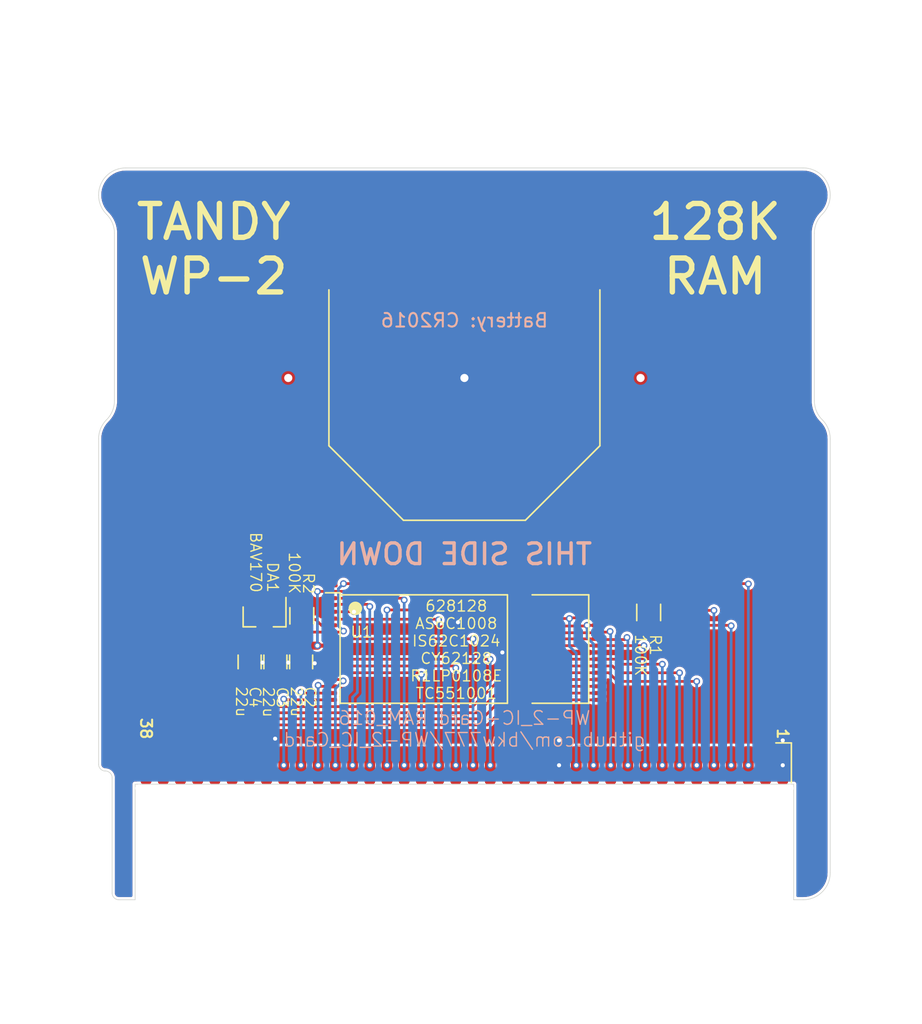
<source format=kicad_pcb>
(kicad_pcb (version 20221018) (generator pcbnew)

  (general
    (thickness 1.2)
  )

  (paper "USLetter")
  (title_block
    (title "WP-2_IC-Card")
    (date "2023-10-13")
    (rev "RAM_016")
    (company "Brian K. White - b.kenyon.w@gmail.com")
    (comment 1 "CC-BY-SA")
    (comment 2 "github.com/bkw777/WP-2_IC_Card")
  )

  (layers
    (0 "F.Cu" signal)
    (31 "B.Cu" signal)
    (32 "B.Adhes" user "B.Adhesive")
    (33 "F.Adhes" user "F.Adhesive")
    (34 "B.Paste" user)
    (35 "F.Paste" user)
    (36 "B.SilkS" user "B.Silkscreen")
    (37 "F.SilkS" user "F.Silkscreen")
    (38 "B.Mask" user)
    (39 "F.Mask" user)
    (40 "Dwgs.User" user "User.Drawings")
    (41 "Cmts.User" user "User.Comments")
    (42 "Eco1.User" user "User.Eco1")
    (43 "Eco2.User" user "User.Eco2")
    (44 "Edge.Cuts" user)
    (45 "Margin" user)
    (46 "B.CrtYd" user "B.Courtyard")
    (47 "F.CrtYd" user "F.Courtyard")
    (48 "B.Fab" user)
    (49 "F.Fab" user)
  )

  (setup
    (stackup
      (layer "F.SilkS" (type "Top Silk Screen") (color "White"))
      (layer "F.Paste" (type "Top Solder Paste"))
      (layer "F.Mask" (type "Top Solder Mask") (color "Blue") (thickness 0.01))
      (layer "F.Cu" (type "copper") (thickness 0.035))
      (layer "dielectric 1" (type "core") (thickness 1.11) (material "FR4") (epsilon_r 4.5) (loss_tangent 0.02))
      (layer "B.Cu" (type "copper") (thickness 0.035))
      (layer "B.Mask" (type "Bottom Solder Mask") (color "Blue") (thickness 0.01))
      (layer "B.Paste" (type "Bottom Solder Paste"))
      (layer "B.SilkS" (type "Bottom Silk Screen") (color "White"))
      (copper_finish "ENIG")
      (dielectric_constraints no)
    )
    (pad_to_mask_clearance 0)
    (solder_mask_min_width 0.2)
    (grid_origin 135.95 95.245)
    (pcbplotparams
      (layerselection 0x00010fc_ffffffff)
      (plot_on_all_layers_selection 0x0000000_00000000)
      (disableapertmacros false)
      (usegerberextensions true)
      (usegerberattributes false)
      (usegerberadvancedattributes false)
      (creategerberjobfile false)
      (dashed_line_dash_ratio 12.000000)
      (dashed_line_gap_ratio 3.000000)
      (svgprecision 6)
      (plotframeref false)
      (viasonmask false)
      (mode 1)
      (useauxorigin false)
      (hpglpennumber 1)
      (hpglpenspeed 20)
      (hpglpendiameter 15.000000)
      (dxfpolygonmode true)
      (dxfimperialunits true)
      (dxfusepcbnewfont true)
      (psnegative false)
      (psa4output false)
      (plotreference true)
      (plotvalue true)
      (plotinvisibletext false)
      (sketchpadsonfab false)
      (subtractmaskfromsilk true)
      (outputformat 1)
      (mirror false)
      (drillshape 0)
      (scaleselection 1)
      (outputdirectory "GERBER_${TITLE}_${REVISION}")
    )
  )

  (net 0 "")
  (net 1 "GND")
  (net 2 "/~{CE1}")
  (net 3 "/~{OE}")
  (net 4 "/D0")
  (net 5 "/D1")
  (net 6 "/D2")
  (net 7 "/D3")
  (net 8 "/D4")
  (net 9 "/D5")
  (net 10 "/D6")
  (net 11 "/D7")
  (net 12 "/A16")
  (net 13 "/A15")
  (net 14 "/A14")
  (net 15 "/A13")
  (net 16 "/A12")
  (net 17 "/A11")
  (net 18 "/A10")
  (net 19 "/A9")
  (net 20 "/A8")
  (net 21 "/A7")
  (net 22 "/A6")
  (net 23 "/A5")
  (net 24 "/A4")
  (net 25 "/A3")
  (net 26 "/A2")
  (net 27 "/A1")
  (net 28 "/A0")
  (net 29 "/CE2")
  (net 30 "VMEM")
  (net 31 "/VBUS")
  (net 32 "/VBAT")
  (net 33 "/~{WE}")
  (net 34 "unconnected-(J1-Pin_15-Pad15)")
  (net 35 "unconnected-(J1-Pin_16-Pad16)")
  (net 36 "unconnected-(J1-Pin_17-Pad17)")
  (net 37 "unconnected-(J1-Pin_36-Pad36)")

  (footprint "0_LOCAL:SMS-138-01-x-x_edge" (layer "F.Cu") (at 135.95 113.72 -90))

  (footprint "0_LOCAL:R_0805" (layer "F.Cu") (at 149.55 101.045 -90))

  (footprint "0_LOCAL:TSOP32-dual" (layer "F.Cu") (at 135.95 103.745))

  (footprint "0_LOCAL:2016_battery_holder_smt" (layer "F.Cu") (at 135.95 83.745))

  (footprint "0_LOCAL:SOT-23" (layer "F.Cu") (at 121.2 101.345 -90))

  (footprint "0_LOCAL:npth_0.6mm" (layer "F.Cu") (at 159.95 114.02))

  (footprint "0_LOCAL:C_0805_1mm" (layer "F.Cu") (at 122 104.695 -90))

  (footprint "0_LOCAL:WP-2_IC_Card_Cover_RAM" (layer "F.Cu") (at 135.95 95.245))

  (footprint "0_LOCAL:R_0805" (layer "F.Cu") (at 123.95 101.295 -90))

  (footprint "0_LOCAL:C_0805_1mm" (layer "F.Cu") (at 123.9 104.695 -90))

  (footprint "0_LOCAL:C_0805_1mm" (layer "F.Cu") (at 120.1 104.695 -90))

  (footprint "0_LOCAL:npth_0.6mm" (layer "F.Cu") (at 111.95 114.02))

  (gr_line (start 124.1 79.845) (end 124.65 79.295)
    (stroke (width 0.1) (type solid)) (layer "Dwgs.User") (tstamp 1c2b7adf-587e-4f5f-9609-78299455a585))
  (gr_poly
    (pts
      (xy 159.65 116.445)
      (xy 159.65 122.245)
      (xy 159.25 122.245)
      (xy 159.25 116.445)
      (xy 159.35 116.245)
      (xy 159.55 116.245)
    )

    (stroke (width 0.01) (type solid)) (fill solid) (layer "Dwgs.User") (tstamp 21f20718-1833-414c-9ad1-ee8a98ecf7df))
  (gr_line (start 124.1 79.845) (end 123.9 79.095)
    (stroke (width 0.1) (type solid)) (layer "Dwgs.User") (tstamp 32e465f2-e469-4ec0-b309-2ffc1cd2c9f5))
  (gr_arc (start 109.65 113.045) (mid 109.826777 113.118223) (end 109.9 113.295)
    (stroke (width 0.05) (type solid)) (layer "Dwgs.User") (tstamp 4791a60a-9fa1-492f-8c44-f0e13e1b9da1))
  (gr_line (start 169.7 90.745) (end 101.7 90.745)
    (stroke (width 0.05) (type solid)) (layer "Dwgs.User") (tstamp 5040058b-c76f-4744-9cdd-ee17c16d8d80))
  (gr_line (start 128.2 63.945) (end 124.1 79.845)
    (stroke (width 0.1) (type solid)) (layer "Dwgs.User") (tstamp 77480fd2-26b9-4b12-97a1-92f2f849cfa4))
  (gr_line (start 108.85 113.045) (end 108.85 90.745)
    (stroke (width 0.05) (type solid)) (layer "Dwgs.User") (tstamp 81f444e1-45ae-4cbf-97de-d4ae4275bb83))
  (gr_line (start 163.05 122.245) (end 109.9 122.245)
    (stroke (width 0.05) (type solid)) (layer "Dwgs.User") (tstamp a00c9f61-0431-4af4-aef2-0afed905491b))
  (gr_line (start 109.9 113.295) (end 109.9 122.245)
    (stroke (width 0.05) (type solid)) (layer "Dwgs.User") (tstamp b0d2c10c-d6de-400a-9b80-71a2f4e13ef6))
  (gr_line (start 145.45 63.845) (end 148.8 79.845)
    (stroke (width 0.1) (type solid)) (layer "Dwgs.User") (tstamp baebff57-9fa4-46b9-8521-6208db2a9a26))
  (gr_line (start 148.8 79.845) (end 148.15 79.095)
    (stroke (width 0.1) (type solid)) (layer "Dwgs.User") (tstamp c29154ee-0e63-4dd1-85a2-df6b8f597dd8))
  (gr_arc (start 111.65 114.495) (mid 111.884315 113.929315) (end 112.45 113.695)
    (stroke (width 0.01) (type solid)) (layer "Dwgs.User") (tstamp c4917421-c1e5-4e3f-87b6-756aadd0c8ca))
  (gr_line (start 148.8 79.845) (end 149.05 78.895)
    (stroke (width 0.1) (type solid)) (layer "Dwgs.User") (tstamp c4a7f92a-109c-4bcf-a448-bf43bc1d611f))
  (gr_line (start 108.85 113.045) (end 109.65 113.045)
    (stroke (width 0.05) (type solid)) (layer "Dwgs.User") (tstamp e23d9109-d19f-44ee-a0c4-389c4fa75cef))
  (gr_line (start 163.05 90.745) (end 163.05 122.245)
    (stroke (width 0.05) (type solid)) (layer "Dwgs.User") (tstamp f08f681a-1854-4395-b5d4-e42a08db5b6e))
  (gr_line (start 108.949999 88.245) (end 108.95 112.245)
    (stroke (width 0.05) (type solid)) (layer "Edge.Cuts") (tstamp 00000000-0000-0000-0000-00005f6f08d5))
  (gr_line (start 160.95 68.245) (end 110.95 68.245)
    (stroke (width 0.05) (type solid)) (layer "Edge.Cuts") (tstamp 00000000-0000-0000-0000-00005f713c75))
  (gr_line (start 111.65 113.72) (end 160.25 113.72)
    (stroke (width 0.05) (type solid)) (layer "Edge.Cuts") (tstamp 00000000-0000-0000-0000-00005f73aa2c))
  (gr_line (start 160.25 122.245) (end 160.25 113.72)
    (stroke (width 0.05) (type solid)) (layer "Edge.Cuts") (tstamp 00000000-0000-0000-0000-00005f742124))
  (gr_line (start 111.65 122.245) (end 111.65 113.72)
    (stroke (width 0.05) (type solid)) (layer "Edge.Cuts") (tstamp 00000000-0000-0000-0000-00005f742207))
  (gr_line (start 110.45 122.245) (end 111.65 122.245)
    (stroke (width 0.05) (type solid)) (layer "Edge.Cuts") (tstamp 00000000-0000-0000-0000-00005f742389))
  (gr_line (start 160.95 122.245) (end 160.25 122.245)
    (stroke (width 0.05) (type solid)) (layer "Edge.Cuts") (tstamp 00000000-0000-0000-0000-00005f74bd75))
  (gr_line (start 162.95 120.245) (end 162.95 88.245)
    (stroke (width 0.05) (type solid)) (layer "Edge.Cuts") (tstamp 00000000-0000-0000-0000-00005f8d847a))
  (gr_line (start 109.95 113.245) (end 109.95 121.745)
    (stroke (width 0.05) (type solid)) (layer "Edge.Cuts") (tstamp 00000000-0000-0000-0000-00005f8d8488))
  (gr_arc (start 109.535787 71.659214) (mid 109.969333 72.308061) (end 110.121574 73.073428)
    (stroke (width 0.05) (type solid)) (layer "Edge.Cuts") (tstamp 0188713d-b91d-440e-a995-e3e957075fc3))
  (gr_arc (start 162.364213 86.830786) (mid 162.797759 87.479633) (end 162.95 88.245)
    (stroke (width 0.05) (type solid)) (layer "Edge.Cuts") (tstamp 0aea2e6b-a959-4fe1-a295-42bd9c927c92))
  (gr_arc (start 162.95 120.245) (mid 162.364214 121.659214) (end 160.95 122.245)
    (stroke (width 0.05) (type solid)) (layer "Edge.Cuts") (tstamp 24d10f73-9e8f-4693-9b2e-c86bf5cfd55d))
  (gr_arc (start 109.45 112.745) (mid 109.803553 112.891447) (end 109.95 113.245)
    (stroke (width 0.05) (type solid)) (layer "Edge.Cuts") (tstamp 5806d0c6-18ce-4971-afd0-8ff35263160d))
  (gr_arc (start 108.95 70.245) (mid 109.535786 68.830786) (end 110.95 68.245)
    (stroke (width 0.05) (type solid)) (layer "Edge.Cuts") (tstamp 7e6f2cde-f5c7-4bc2-a22f-c9cff1154b5e))
  (gr_arc (start 160.95 68.245) (mid 162.364214 68.830786) (end 162.95 70.245)
    (stroke (width 0.05) (type solid)) (layer "Edge.Cuts") (tstamp 9664ef2d-191b-4085-828a-852d69b13691))
  (gr_arc (start 110.45 122.245) (mid 110.096447 122.098553) (end 109.95 121.745)
    (stroke (width 0.05) (type solid)) (layer "Edge.Cuts") (tstamp 9c900e2a-ef8a-4589-8aed-9daf610d67c9))
  (gr_arc (start 162.95 70.245) (mid 162.797759 71.010367) (end 162.364213 71.659214)
    (stroke (width 0.05) (type solid)) (layer "Edge.Cuts") (tstamp 9d2df8cd-0bd8-4d54-9f47-0f38f9fae47a))
  (gr_arc (start 110.121573 85.416572) (mid 109.969339 86.181944) (end 109.535786 86.830786)
    (stroke (width 0.05) (type solid)) (layer "Edge.Cuts") (tstamp a81c5d66-1d17-41d7-84cb-625dbea1ea11))
  (gr_line (start 161.778426 73.073428) (end 161.778426 85.416572)
    (stroke (width 0.05) (type solid)) (layer "Edge.Cuts") (tstamp b596dba2-0f83-47cb-9215-4f74b6f7b367))
  (gr_arc (start 162.364213 86.830786) (mid 161.930671 86.181939) (end 161.778426 85.416572)
    (stroke (width 0.05) (type solid)) (layer "Edge.Cuts") (tstamp d09d56a3-6bcf-4b32-8af0-e1efff9b8a00))
  (gr_arc (start 108.949999 88.245) (mid 109.10224 87.479633) (end 109.535786 86.830786)
    (stroke (width 0.05) (type solid)) (layer "Edge.Cuts") (tstamp d9bc2530-660b-4dfb-bf45-dbbd236adf86))
  (gr_arc (start 161.778426 73.073428) (mid 161.930667 72.308061) (end 162.364213 71.659214)
    (stroke (width 0.05) (type solid)) (layer "Edge.Cuts") (tstamp dfbe4719-9671-4b76-a2a7-cdf481850136))
  (gr_arc (start 109.535787 71.659214) (mid 109.102241 71.010367) (end 108.95 70.245)
    (stroke (width 0.05) (type solid)) (layer "Edge.Cuts") (tstamp ebbad27e-5f4e-4d51-bd1b-b9fd9be18987))
  (gr_line (start 110.121574 73.073428) (end 110.121573 85.416572)
    (stroke (width 0.05) (type solid)) (layer "Edge.Cuts") (tstamp f723dfd8-1104-445c-b209-541fa036b4fe))
  (gr_arc (start 109.45 112.745) (mid 109.096447 112.598553) (end 108.95 112.245)
    (stroke (width 0.05) (type solid)) (layer "Edge.Cuts") (tstamp fa533aab-a28f-41f5-aa7a-f49c04127618))
  (gr_text "${TITLE} ${REVISION}\n${COMMENT2}" (at 135.95 109.64) (layer "B.SilkS") (tstamp 00000000-0000-0000-0000-00005f7129fa)
    (effects (font (size 1 1) (thickness 0.1)) (justify mirror))
  )
  (gr_text "THIS SIDE DOWN" (at 135.95 96.745) (layer "B.SilkS") (tstamp 00000000-0000-0000-0000-00005f712a06)
    (effects (font (size 1.524 1.524) (thickness 0.254)) (justify mirror))
  )
  (gr_text "Battery: CR2016" (at 135.95 79.495) (layer "B.SilkS") (tstamp 6a55d2be-d611-48e6-9495-0868682c2710)
    (effects (font (size 1 1) (thickness 0.15)) (justify mirror))
  )
  (gr_text "1" (at 159.445 110.485 -90) (layer "F.SilkS") (tstamp 00000000-0000-0000-0000-00005f7129fd)
    (effects (font (size 0.8128 0.8128) (thickness 0.1524)) (justify right))
  )
  (gr_text "38" (at 112.455 110.485 -90) (layer "F.SilkS") (tstamp 00000000-0000-0000-0000-00005f712a00)
    (effects (font (size 0.8128 0.8128) (thickness 0.1524)) (justify right))
  )
  (gr_text "TANDY\nWP-2" (at 117.45 74.245) (layer "F.SilkS") (tstamp 00000000-0000-0000-0000-00005f8e07ff)
    (effects (font (size 2.5 2.5) (thickness 0.4)))
  )
  (gr_text "128K\nRAM" (at 154.45 74.245) (layer "F.SilkS") (tstamp 00000000-0000-0000-0000-00005f8e08ef)
    (effects (font (size 2.5 2.5) (thickness 0.4)))
  )
  (gr_text "628128\nAS6C1008\nIS62C1024\nCY62128\nR1LP0108E\nTC551001" (at 135.35 103.795) (layer "F.SilkS") (tstamp 0fe51ff2-bff6-47b8-82ed-f55e6324ca22)
    (effects (font (size 0.8 0.8) (thickness 0.1)))
  )
  (gr_text "WP-2\nbody" (at 105.95 92.245) (layer "Dwgs.User") (tstamp 00000000-0000-0000-0000-00005f763237)
    (effects (font (size 1 1) (thickness 0.15)))
  )
  (gr_text "WP-2" (at 135.95 91.495) (layer "Dwgs.User") (tstamp 00000000-0000-0000-0000-00005f76323e)
    (effects (font (size 1 1) (thickness 0.15)))
  )
  (gr_text "pins 6.0mm" (at 159.445 123.185) (layer "Dwgs.User") (tstamp 2f93803a-f966-4764-84ff-d5388be21edd)
    (effects (font (size 0.6 0.6) (thickness 0.06)) (justify right))
  )
  (gr_text "WP-2\nbody" (at 165.95 92.245) (layer "Dwgs.User") (tstamp 41c80839-2b6b-4e62-bada-e837e6dd540a)
    (effects (font (size 1 1) (thickness 0.15)))
  )
  (gr_text "We want plated holes for mechanical strength instead of relying solely\non the epoxy under the pads to hold the battery.\nBut we do not want vcc exposed on the bottom surface\nas it's a shorting risk. The soldermask scratches easily\nand there is nothing else protecting the pcb.\nSo these vias are customized with no anular ring on the bottom,\nand no hole in the solder mask on the bottom." (at 136 59.245) (layer "Dwgs.User") (tstamp aa7e3f73-054c-4859-92b1-6c6552226b62)
    (effects (font (size 0.6 0.6) (thickness 0.08)))
  )
  (gr_text "1.2mm or less PCB thickness.\nENIG for gold battery contact." (at 135.95 128.265) (layer "Dwgs.User") (tstamp ab2f520f-9eb5-4593-ba55-95fb40752d2e)
    (effects (font (size 2 2) (thickness 0.2)))
  )
  (gr_text "drill to sharpen the inside corner" (at 112.5 114.72) (layer "Dwgs.User") (tstamp c5f5dc7c-82d9-4f07-8d6b-c46e5e911559)
    (effects (font (size 0.6 0.6) (thickness 0.06)) (justify left))
  )

  (via (at 142.935 110.485) (size 0.5) (drill 0.3) (layers "F.Cu" "B.Cu") (net 1) (tstamp 3327f5e1-707c-4c17-a763-6324eb724b90))
  (via (at 124.9 104.795) (size 0.5) (drill 0.3) (layers "F.Cu" "B.Cu") (net 1) (tstamp 3537daf6-dd72-4637-965b-30e772b2817a))
  (via (at 159.445 110.485) (size 0.5) (drill 0.3) (layers "F.Cu" "B.Cu") (net 1) (tstamp 3e3e1a92-70d0-4ff5-9a20-7470def44440))
  (via (at 138.75 103.995) (size 0.5) (drill 0.3) (layers "F.Cu" "B.Cu") (net 1) (tstamp 4f86f787-1e45-49c7-a74f-6eebec48c285))
  (via (at 135.95 83.745) (size 1) (drill 0.6) (layers "F.Cu" "B.Cu") (net 1) (tstamp 865d22b2-cb8e-4c86-830c-d45747e81fc5))
  (via (at 121.05 104.745) (size 0.5) (drill 0.3) (layers "F.Cu" "B.Cu") (net 1) (tstamp 8cd29315-c9ab-4a68-8c74-f3b7663c4c03))
  (via (at 121.98 110.358) (size 0.5) (drill 0.3) (layers "F.Cu" "B.Cu") (net 1) (tstamp 9a92a821-5895-4ff4-b009-fd4668b453f2))
  (via (at 142.935 112.32) (size 0.5) (drill 0.3) (layers "F.Cu" "B.Cu") (net 1) (tstamp b6098c59-d741-4d1f-9740-b38e1c2d49f2))
  (via (at 159.445 112.32) (size 0.5) (drill 0.3) (layers "F.Cu" "B.Cu") (net 1) (tstamp c22cfd77-a981-40d5-8942-14e542b07d32))
  (via (at 122.95 104.745) (size 0.5) (drill 0.3) (layers "F.Cu" "B.Cu") (net 1) (tstamp dd5625a7-e210-4b8a-b222-6fb246e92155))
  (via (at 135.475 101.77) (size 0.5) (drill 0.3) (layers "F.Cu" "B.Cu") (net 1) (tstamp f6dc86c5-3595-463f-b515-3dfa36f41be3))
  (segment (start 155.599 101.995) (end 149.55 101.995) (width 0.2) (layer "F.Cu") (net 2) (tstamp 01709019-ee83-49af-87af-ec2b4ddfc6dc))
  (segment (start 149.55 101.995) (end 149.3 101.745) (width 0.2) (layer "F.Cu") (net 2) (tstamp 0e013809-4b3e-4c50-89a2-e2c4d1e20f4f))
  (segment (start 145.75 100.945) (end 139.85 100.945) (width 0.2) (layer "F.Cu") (net 2) (tstamp 2f423744-e659-4e5e-a472-9a2f035b0e06))
  (segment (start 155.635 102.031) (end 155.599 101.995) (width 0.2) (layer "F.Cu") (net 2) (tstamp 4e128897-a73f-4736-b041-233a9ed252f2))
  (segment (start 145.8 100.995) (end 145.75 100.945) (width 0.2) (layer "F.Cu") (net 2) (tstamp 683b1f7e-d064-4383-83ff-f43c5af6b76f))
  (segment (start 147.75 101.745) (end 147 100.995) (width 0.2) (layer "F.Cu") (net 2) (tstamp 87c08241-acd5-4056-95cb-a01688104950))
  (segment (start 147 100.995) (end 145.8 100.995) (width 0.2) (layer "F.Cu") (net 2) (tstamp d303a1b7-4886-43d1-982e-bf8165544e60))
  (segment (start 149.3 101.745) (end 147.75 101.745) (width 0.2) (layer "F.Cu") (net 2) (tstamp e1494695-efde-476f-b882-68437f1c66df))
  (segment (start 139.85 100.945) (end 139.8 100.995) (width 0.2) (layer "F.Cu") (net 2) (tstamp f84d4004-0965-4220-8a0e-aa58ee463b21))
  (via (at 155.635 102.031) (size 0.5) (drill 0.3) (layers "F.Cu" "B.Cu") (net 2) (tstamp 552c3870-3d59-4ec3-b413-e0e05eba85e2))
  (via (at 155.635 112.32) (size 0.5) (drill 0.3) (layers "F.Cu" "B.Cu") (net 2) (tstamp 93a2c73c-2525-4b73-b728-85c062ff5ba6))
  (segment (start 155.635 102.031) (end 155.635 112.32) (width 0.2) (layer "B.Cu") (net 2) (tstamp caa19e7b-f4ad-4f4d-9aa5-d33e9609d5d7))
  (segment (start 148.2 100.895) (end 147.3 99.995) (width 0.2) (layer "F.Cu") (net 3) (tstamp 5119fa08-c5cc-4bfe-8bc3-dd7a241edfff))
  (segment (start 147.3 99.995) (end 145.8 99.995) (width 0.2) (layer "F.Cu") (net 3) (tstamp 6d142453-db86-41fc-9f12-e499b7635d58))
  (segment (start 145.8 99.995) (end 139.8 99.995) (width 0.2) (layer "F.Cu") (net 3) (tstamp cd947160-f9fe-4df9-9c7c-e80f4d9c200b))
  (segment (start 154.365 100.895) (end 148.2 100.895) (width 0.2) (layer "F.Cu") (net 3) (tstamp d1cf33b2-4885-4b35-924d-9cb077bb34df))
  (via (at 154.365 100.895) (size 0.5) (drill 0.3) (layers "F.Cu" "B.Cu") (net 3) (tstamp 21e3e17b-6ea0-4284-b19b-24285e88639a))
  (via (at 154.365 112.32) (size 0.5) (drill 0.3) (layers "F.Cu" "B.Cu") (net 3) (tstamp b88b9aeb-df5d-453b-89ab-063a3f66f61c))
  (segment (start 154.365 112.32) (end 154.365 100.895) (width 0.2) (layer "B.Cu") (net 3) (tstamp 15039488-dce1-414e-a8f9-2c5d4f91511a))
  (segment (start 153.095 106.133) (end 147.253 106.133) (width 0.2) (layer "F.Cu") (net 4) (tstamp 17bdbc96-5821-4a17-9927-163d58a901c7))
  (segment (start 146.615 105.495) (end 139.8 105.495) (width 0.2) (layer "F.Cu") (net 4) (tstamp b9f88661-2ca4-4cd1-bc87-850075247883))
  (segment (start 147.253 106.133) (end 146.615 105.495) (width 0.2) (layer "F.Cu") (net 4) (tstamp d84a9164-79d7-4969-abbd-92944734bf6a))
  (via (at 153.095 106.133) (size 0.5) (drill 0.3) (layers "F.Cu" "B.Cu") (net 4) (tstamp 5147715d-c1a4-4999-ab6f-a8a13924e97a))
  (via (at 153.095 112.32) (size 0.5) (drill 0.3) (layers "F.Cu" "B.Cu") (net 4) (tstamp e699e819-28b4-4586-b043-794d4e0401e5))
  (segment (start 153.095 112.32) (end 153.095 106.133) (width 0.2) (layer "B.Cu") (net 4) (tstamp 12d440e4-06f7-423d-9d52-1e921f1d6a1c))
  (segment (start 151.825 105.498) (end 147.38 105.498) (width 0.2) (layer "F.Cu") (net 5) (tstamp 5786541d-5b42-47b9-82bf-ddbeb0883e2f))
  (segment (start 146.877 104.995) (end 139.8 104.995) (width 0.2) (layer "F.Cu") (net 5) (tstamp 8286ddef-afc9-4ba9-abf9-248001442810))
  (segment (start 147.38 105.498) (end 146.877 104.995) (width 0.2) (layer "F.Cu") (net 5) (tstamp eee488c1-0dcc-400b-9e59-9e7b71fe0367))
  (via (at 151.825 112.32) (size 0.5) (drill 0.3) (layers "F.Cu" "B.Cu") (net 5) (tstamp 2e1472a8-1c72-408e-9a69-bf1247336043))
  (via (at 151.825 105.498) (size 0.5) (drill 0.3) (layers "F.Cu" "B.Cu") (net 5) (tstamp 7212ba07-b992-4d2a-b6f9-36f45eacd186))
  (segment (start 151.825 105.498) (end 151.825 112.32) (width 0.2) (layer "B.Cu") (net 5) (tstamp 445e813b-9081-465d-bdc3-83a6869e68b3))
  (segment (start 150.555 104.863) (end 147.507 104.863) (width 0.2) (layer "F.Cu") (net 6) (tstamp 38c36f7d-b1c6-4a0c-b834-cdb2f9f39512))
  (segment (start 147.507 104.863) (end 147.139 104.495) (width 0.2) (layer "F.Cu") (net 6) (tstamp 96a8fabd-c8e2-432f-affb-537605d9a17e))
  (segment (start 147.139 104.495) (end 145.8 104.495) (width 0.2) (layer "F.Cu") (net 6) (tstamp a9b21d78-5230-4ffa-a34b-af9e16820215))
  (segment (start 139.8 104.495) (end 145.8 104.495) (width 0.2) (layer "F.Cu") (net 6) (tstamp e9eb8d6a-9824-49d6-ac40-f8ad6c48a285))
  (via (at 150.555 112.32) (size 0.5) (drill 0.3) (layers "F.Cu" "B.Cu") (net 6) (tstamp 370e941a-0e48-43dd-8960-41b22e776d5c))
  (via (at 150.555 104.863) (size 0.5) (drill 0.3) (layers "F.Cu" "B.Cu") (net 6) (tstamp 3f7119d5-5072-495f-b2fc-b16467f7931b))
  (segment (start 150.555 104.863) (end 150.555 112.32) (width 0.2) (layer "B.Cu") (net 6) (tstamp 05749dea-cbc0-4463-b55a-0daccf2bb209))
  (segment (start 145.8 103.495) (end 149.2 103.495) (width 0.2) (layer "F.Cu") (net 7) (tstamp 14c0c763-3c16-422c-8db5-8ca5506de4e4))
  (segment (start 139.8 103.495) (end 145.8 103.495) (width 0.2) (layer "F.Cu") (net 7) (tstamp fdb197bf-ea14-4643-8c22-e8dcc0141119))
  (via (at 149.2 103.495) (size 0.5) (drill 0.3) (layers "F.Cu" "B.Cu") (net 7) (tstamp 7be498b0-338b-4b69-abde-2f3fdaf06ceb))
  (via (at 149.285 112.32) (size 0.5) (drill 0.3) (layers "F.Cu" "B.Cu") (net 7) (tstamp c18e5385-24b2-42e7-b51b-cd5be68e1f75))
  (segment (start 149.285 103.58) (end 149.2 103.495) (width 0.2) (layer "B.Cu") (net 7) (tstamp 00fe0fd5-0044-47a4-9aee-f1c14825f83f))
  (segment (start 149.285 112.32) (end 149.285 103.58) (width 0.2) (layer "B.Cu") (net 7) (tstamp 9c7e1bfe-c1fd-4abe-8eb4-86ac5309ff2f))
  (segment (start 145.85 103.045) (end 147.8 103.045) (width 0.2) (layer "F.Cu") (net 8) (tstamp 8285a926-cfd1-4c6f-ada4-261cd927a24f))
  (segment (start 139.8 102.995) (end 145.8 102.995) (width 0.2) (layer "F.Cu") (net 8) (tstamp a2e799f8-ab17-40b3-a0c3-484eeb6911a7))
  (segment (start 145.8 102.995) (end 145.85 103.045) (width 0.2) (layer "F.Cu") (net 8) (tstamp cb786cbe-15af-4797-8e03-a6b43d6a361e))
  (segment (start 147.8 103.045) (end 147.95 102.895) (width 0.2) (layer "F.Cu") (net 8) (tstamp d0755def-5cd4-4285-9625-30337d13414a))
  (via (at 147.95 102.895) (size 0.5) (drill 0.3) (layers "F.Cu" "B.Cu") (net 8) (tstamp 551aa837-d708-4e8f-a8f6-46f7c24ecea9))
  (via (at 148.015 112.32) (size 0.5) (drill 0.3) (layers "F.Cu" "B.Cu") (net 8) (tstamp 81752d03-a169-42e5-9599-ccacc1c861a0))
  (segment (start 148.015 102.96) (end 147.95 102.895) (width 0.2) (layer "B.Cu") (net 8) (tstamp 06f46ca2-214a-452f-bc7e-160c32e90e47))
  (segment (start 148.015 112.32) (end 148.015 102.96) (width 0.2) (layer "B.Cu") (net 8) (tstamp 66909998-3a09-4fbe-9ab6-2290c6cca92b))
  (segment (start 145.75 102.545) (end 139.85 102.545) (width 0.2) (layer "F.Cu") (net 9) (tstamp 0c3aa06e-c4e8-4d4c-9f52-a9fe0c719e59))
  (segment (start 139.85 102.545) (end 139.8 102.495) (width 0.2) (layer "F.Cu") (net 9) (tstamp 3e74f47f-e896-42fe-9918-873370f6b4bd))
  (segment (start 145.8 102.495) (end 145.75 102.545) (width 0.2) (layer "F.Cu") (net 9) (tstamp 78af9f95-0e48-4daf-82aa-d21777239f4c))
  (segment (start 146.7 102.445) (end 146.65 102.495) (width 0.2) (layer "F.Cu") (net 9) (tstamp 83542da2-6aaf-40dd-818a-5bf8b96a5c9b))
  (segment (start 146.65 102.495) (end 145.8 102.495) (width 0.2) (layer "F.Cu") (net 9) (tstamp 8cdf8fdc-b1e8-41ae-8066-bbb55d5cdbec))
  (via (at 146.745 112.32) (size 0.5) (drill 0.3) (layers "F.Cu" "B.Cu") (net 9) (tstamp 09769bc2-f628-4907-a14c-86dddb2766ec))
  (via (at 146.7 102.445) (size 0.5) (drill 0.3) (layers "F.Cu" "B.Cu") (net 9) (tstamp 252b464e-a39a-4eec-b8b5-8532ccc12e17))
  (segment (start 146.745 112.32) (end 146.745 102.49) (width 0.2) (layer "B.Cu") (net 9) (tstamp 8f2f94f7-b2d0-4bf4-89ec-f7888ad8b2bd))
  (segment (start 146.745 102.49) (end 146.7 102.445) (width 0.2) (layer "B.Cu") (net 9) (tstamp e16cb39d-ffe4-46c1-81f1-9e7d6e11236f))
  (segment (start 145 101.995) (end 145.7 101.995) (width 0.2) (layer "F.Cu") (net 10) (tstamp 5c085d1f-f50e-47d6-9c88-31cdfa2ec957))
  (segment (start 145 101.995) (end 144.95 102.045) (width 0.2) (layer "F.Cu") (net 10) (tstamp 850e3680-6c39-405f-9823-3e5576b87959))
  (segment (start 139.85 102.045) (end 139.8 101.995) (width 0.2) (layer "F.Cu") (net 10) (tstamp dc06811c-0173-408d-b3f7-b5ca3a674ccd))
  (segment (start 144.95 102.045) (end 139.85 102.045) (width 0.2) (layer "F.Cu") (net 10) (tstamp de059285-33df-4435-be61-e8feb925abd6))
  (via (at 145 101.995) (size 0.5) (drill 0.3) (layers "F.Cu" "B.Cu") (net 10) (tstamp 001bbd6c-42f6-4c22-abdf-1f7260335ece))
  (via (at 145.475 112.32) (size 0.5) (drill 0.3) (layers "F.Cu" "B.Cu") (net 10) (tstamp ba328214-8d1f-4dc0-9901-08fea81e639b))
  (segment (start 145 102.895) (end 145 101.995) (width 0.2) (layer "B.Cu") (net 10) (tstamp 89dcd530-1f2c-4c2e-adac-90a1218e959e))
  (segment (start 145.475 103.37) (end 145 102.895) (width 0.2) (layer "B.Cu") (net 10) (tstamp 8d5477b5-32e3-4b70-99f9-4b83f11dff8c))
  (segment (start 145.475 112.32) (end 145.475 103.37) (width 0.2) (layer "B.Cu") (net 10) (tstamp dc4b9ee1-f823-4be8-a4aa-08c80c3bd839))
  (segment (start 143.7 101.495) (end 139.8 101.495) (width 0.2) (layer "F.Cu") (net 11) (tstamp 0be5c270-d2ef-4f77-8595-da5f6be9c26e))
  (segment (start 145.75 101.445) (end 145.8 101.495) (width 0.2) (layer "F.Cu") (net 11) (tstamp 12642a98-d456-4b7b-903e-91cdefceefc6))
  (segment (start 143.75 101.445) (end 145.75 101.445) (width 0.2) (layer "F.Cu") (net 11) (tstamp 390106d9-d227-438c-b983-d96fa0f25244))
  (segment (start 143.7 101.495) (end 143.75 101.445) (width 0.2) (layer "F.Cu") (net 11) (tstamp 3d886fbe-e268-4b18-beab-8e7b02d76d47))
  (via (at 144.205 112.32) (size 0.5) (drill 0.3) (layers "F.Cu" "B.Cu") (net 11) (tstamp 0b7ba804-8573-4aa1-a3a2-0b52208423f4))
  (via (at 143.7 101.495) (size 0.5) (drill 0.3) (layers "F.Cu" "B.Cu") (net 11) (tstamp bc3f6c38-9f44-4f3e-8214-eedf276718ba))
  (segment (start 144.205 112.32) (end 144.205 104.05) (width 0.2) (layer "B.Cu") (net 11) (tstamp 04027693-7649-4a69-9eba-b9142e9c48da))
  (segment (start 143.7 103.545) (end 143.7 101.495) (width 0.2) (layer "B.Cu") (net 11) (tstamp 13def6e1-cb36-4393-b395-99f205b2517f))
  (segment (start 144.205 104.05) (end 143.7 103.545) (width 0.2) (layer "B.Cu") (net 11) (tstamp a3592a4c-126a-4147-92f0-563cbf33c3ce))
  (segment (start 137.85 104.495) (end 126.1 104.495) (width 0.2) (layer "F.Cu") (net 12) (tstamp 4e76626d-5abd-4ee2-aa07-aaad9b86389c))
  (via (at 137.855 112.32) (size 0.5) (drill 0.3) (layers "F.Cu" "B.Cu") (net 12) (tstamp 30205c9d-934c-47f6-94f9-2b128bff8d5d))
  (via (at 137.85 104.495) (size 0.5) (drill 0.3) (layers "F.Cu" "B.Cu") (net 12) (tstamp 77fa8fb6-d993-4fe2-9d70-1df912f7576b))
  (segment (start 137.855 104.5) (end 137.85 104.495) (width 0.2) (layer "B.Cu") (net 12) (tstamp 190341bc-72ea-4cd2-929f-59914550b0f8))
  (segment (start 137.855 112.32) (end 137.855 104.5) (width 0.2) (layer "B.Cu") (net 12) (tstamp f856b53b-b9af-44bc-a5aa-98d9e96d018c))
  (segment (start 136.582 102.995) (end 126.1 102.995) (width 0.2) (layer "F.Cu") (net 13) (tstamp 29a31632-2eca-4f47-abe2-0c1aecb762fd))
  (segment (start 136.585 102.992) (end 136.582 102.995) (width 0.2) (layer "F.Cu") (net 13) (tstamp 4c8d7b45-dea0-44df-9912-88dabd2fe72e))
  (via (at 136.585 102.992) (size 0.5) (drill 0.3) (layers "F.Cu" "B.Cu") (net 13) (tstamp 05cd5ee8-deb9-479f-8785-b01f43ae0908))
  (via (at 136.585 112.32) (size 0.5) (drill 0.3) (layers "F.Cu" "B.Cu") (net 13) (tstamp a93f2433-8a03-4a49-9d04-f2c1e93e2be8))
  (segment (start 136.585 102.992) (end 136.585 112.32) (width 0.2) (layer "B.Cu") (net 13) (tstamp 328f9a85-1a26-44e5-bce0-2c1a23858b21))
  (segment (start 135.315 105.145) (end 135.165 104.995) (width 0.2) (layer "F.Cu") (net 14) (tstamp 1acf6f56-5451-4499-93d5-e80e79aa9204))
  (segment (start 135.165 104.995) (end 126.1 104.995) (width 0.2) (layer "F.Cu") (net 14) (tstamp 297bbf3a-e7c2-457c-8406-013d81871429))
  (via (at 135.315 112.32) (size 0.5) (drill 0.3) (layers "F.Cu" "B.Cu") (net 14) (tstamp 169038be-4b71-40c1-994b-19ac9dfd5f66))
  (via (at 135.315 105.145) (size 0.5) (drill 0.3) (layers "F.Cu" "B.Cu") (net 14) (tstamp 17442d50-82b2-4194-bba7-46df168a0b83))
  (segment (start 135.315 105.145) (end 135.315 112.32) (width 0.2) (layer "B.Cu") (net 14) (tstamp 963f167f-b634-4b67-b454-518fb77abe1c))
  (segment (start 134.045 101.59) (end 134 101.545) (width 0.2) (layer "F.Cu") (net 15) (tstamp 444dbbc2-a476-4813-9181-e77970efc5fd))
  (segment (start 134 101.545) (end 126.15 101.545) (width 0.2) (layer "F.Cu") (net 15) (tstamp 6c276ad6-e21e-4ec3-86a1-1d7174e4bf36))
  (segment (start 126.15 101.545) (end 126.1 101.495) (width 0.2) (layer "F.Cu") (net 15) (tstamp 7cf294ae-df15-4b99-a808-157776ac336e))
  (via (at 134.045 112.32) (size 0.5) (drill 0.3) (layers "F.Cu" "B.Cu") (net 15) (tstamp bd3d20d8-4913-410b-8c0c-36d304704a31))
  (via (at 134.045 101.59) (size 0.5) (drill 0.3) (layers "F.Cu" "B.Cu") (net 15) (tstamp eb1a6964-0b07-4ab1-8dc9-d0635be14573))
  (segment (start 134.045 101.59) (end 134.045 112.32) (width 0.2) (layer "B.Cu") (net 15) (tstamp 3d75392b-d9e3-4535-86c1-dd89d10f59e3))
  (segment (start 132.775 105.62) (end 132.65 105.495) (width 0.2) (layer "F.Cu") (net 16) (tstamp aa6cd9d8-0396-464b-9c7e-4f63f1624871))
  (segment (start 132.65 105.495) (end 126.1 105.495) (width 0.2) (layer "F.Cu") (net 16) (tstamp f0e04313-cf62-4cdb-abcc-90aee07a91de))
  (via (at 132.775 112.32) (size 0.5) (drill 0.3) (layers "F.Cu" "B.Cu") (net 16) (tstamp 5bc8d8b9-8249-4c4a-a002-16085fabcbad))
  (via (at 132.775 105.62) (size 0.5) (drill 0.3) (layers "F.Cu" "B.Cu") (net 16) (tstamp b3b57b47-2be8-4eae-af11-8c10c831edb8))
  (segment (start 132.775 105.62) (end 132.775 112.32) (width 0.2) (layer "B.Cu") (net 16) (tstamp 3109555d-41bb-4ab0-9491-5cad1477af8e))
  (segment (start 131.374 99.995) (end 126.1 99.995) (width 0.2) (layer "F.Cu") (net 17) (tstamp 846db5b2-8234-4d64-b4b2-40097bdcd292))
  (segment (start 131.505 100.126) (end 131.374 99.995) (width 0.2) (layer "F.Cu") (net 17) (tstamp c17d4c6c-4531-45aa-ba75-a1631f3d8372))
  (via (at 131.505 112.32) (size 0.5) (drill 0.3) (layers "F.Cu" "B.Cu") (net 17) (tstamp 78baf8de-f9e2-4b68-83cc-22dad8328621))
  (via (at 131.505 100.126) (size 0.5) (drill 0.3) (layers "F.Cu" "B.Cu") (net 17) (tstamp dd4791ec-bbc9-41bc-a353-bd51a6f03c8d))
  (segment (start 131.505 100.126) (end 131.505 112.32) (width 0.2) (layer "B.Cu") (net 17) (tstamp 5fd5636a-488c-4723-a223-719480653c1b))
  (segment (start 132.55 100.495) (end 145.8 100.495) (width 0.2) (layer "F.Cu") (net 18) (tstamp 09161fbc-34c5-42fa-807f-467403a3c207))
  (segment (start 132.185 100.86) (end 132.55 100.495) (width 0.2) (layer "F.Cu") (net 18) (tstamp d66af23f-576b-4ec3-bd35-2e99409369a2))
  (segment (start 130.235 100.86) (end 132.185 100.86) (width 0.2) (layer "F.Cu") (net 18) (tstamp f65f6431-5aae-406d-8d00-21734abf336f))
  (via (at 130.235 100.86) (size 0.5) (drill 0.3) (layers "F.Cu" "B.Cu") (net 18) (tstamp aa781cd2-4024-4764-ab6c-cc79a25c1f67))
  (via (at 130.235 112.32) (size 0.5) (drill 0.3) (layers "F.Cu" "B.Cu") (net 18) (tstamp dab9b427-a3da-4536-913b-c64d87e1c6ae))
  (segment (start 130.235 100.86) (end 130.235 112.32) (width 0.2) (layer "B.Cu") (net 18) (tstamp 9236671a-ebd4-4a1f-a27a-fca8c0703c14))
  (segment (start 126.15 100.445) (end 126.1 100.495) (width 0.2) (layer "F.Cu") (net 19) (tstamp 555060e7-354d-4eb9-8653-e6501fbd3c71))
  (segment (start 128.965 100.61) (end 128.8 100.445) (width 0.2) (layer "F.Cu") (net 19) (tstamp ad40dee0-d089-4dad-8ccc-27627db5f2e0))
  (segment (start 128.8 100.445) (end 126.15 100.445) (width 0.2) (layer "F.Cu") (net 19) (tstamp c44546b0-f003-4fb6-b957-0f56473d4a4f))
  (via (at 128.965 100.61) (size 0.5) (drill 0.3) (layers "F.Cu" "B.Cu") (net 19) (tstamp 2fa78c91-b756-4248-883d-c323a08135af))
  (via (at 128.965 112.32) (size 0.5) (drill 0.3) (layers "F.Cu" "B.Cu") (net 19) (tstamp 6caa006b-8a3c-40a8-89a9-06cb132e55d5))
  (segment (start 128.965 100.61) (end 128.965 112.32) (width 0.2) (layer "B.Cu") (net 19) (tstamp ce506fb8-1250-4ec0-8928-62f8623780d2))
  (segment (start 127.8 100.995) (end 126.1 100.995) (width 0.2) (layer "F.Cu") (net 20) (tstamp 56606a7e-b54b-406d-a05e-475731917151))
  (via (at 127.695 112.32) (size 0.5) (drill 0.3) (layers "F.Cu" "B.Cu") (net 20) (tstamp 0b7729a4-35ea-43b9-8460-afcd99ff0c17))
  (via (at 127.8 100.995) (size 0.5) (drill 0.3) (layers "F.Cu" "B.Cu") (net 20) (tstamp ed353e4d-ef0f-4f3f-85e9-9ca84d8fe1e2))
  (segment (start 128.05 101.245) (end 128.05 106.945) (width 0.2) (layer "B.Cu") (net 20) (tstamp 180e6e6d-44c1-469a-a4cf-9fea5344e17f))
  (segment (start 127.8 100.995) (end 128.05 101.245) (width 0.2) (layer "B.Cu") (net 20) (tstamp 34087e9f-334c-4f61-b430-1e0a0ea20a99))
  (segment (start 127.695 107.3) (end 127.695 112.32) (width 0.2) (layer "B.Cu") (net 20) (tstamp 7dcb203a-098c-436e-a53c-c8c1c0eda94f))
  (segment (start 128.05 106.945) (end 127.695 107.3) (width 0.2) (layer "B.Cu") (net 20) (tstamp a23f390e-39ea-44f1-b438-86350cfea270))
  (segment (start 127 106.095) (end 126.9 105.995) (width 0.2) (layer "F.Cu") (net 21) (tstamp 13143bc9-b221-4fc4-8ab2-1501ae3ea191))
  (segment (start 126.9 105.995) (end 126.1 105.995) (width 0.2) (layer "F.Cu") (net 21) (tstamp adffc8f7-37a8-4602-99ba-a3f21efb1f87))
  (via (at 126.425 112.32) (size 0.5) (drill 0.3) (layers "F.Cu" "B.Cu") (net 21) (tstamp 3b7734dd-5c8e-479a-b3fc-629e4f5aaa6c))
  (via (at 127 106.095) (size 0.5) (drill 0.3) (layers "F.Cu" "B.Cu") (net 21) (tstamp c5424520-6cd7-4819-9596-fec051e2a560))
  (segment (start 126.425 112.32) (end 126.425 106.67) (width 0.2) (layer "B.Cu") (net 21) (tstamp 5cc4d4d7-01d5-48eb-857c-4e4a00453cfe))
  (segment (start 126.425 106.67) (end 127 106.095) (width 0.2) (layer "B.Cu") (net 21) (tstamp d79b9e3a-6d26-4e24-a69b-a1b3c0d60b46))
  (segment (start 125.229 106.495) (end 126.1 106.495) (width 0.2) (layer "F.Cu") (net 22) (tstamp 576f197d-e131-4f5f-96b4-378d0f692071))
  (segment (start 125.155 106.421) (end 125.229 106.495) (width 0.2) (layer "F.Cu") (net 22) (tstamp 5de1d451-9d15-47d2-8c6d-42afd7a306d1))
  (via (at 125.155 106.421) (size 0.5) (drill 0.3) (layers "F.Cu" "B.Cu") (net 22) (tstamp 765a3bdd-cfcf-47db-8b94-1f6341895e34))
  (via (at 125.155 112.32) (size 0.5) (drill 0.3) (layers "F.Cu" "B.Cu") (net 22) (tstamp f4c1f867-9343-4398-bc2a-a38cf39b024f))
  (segment (start 125.155 106.421) (end 125.155 112.32) (width 0.2) (layer "B.Cu") (net 22) (tstamp 0cdbf847-c36a-4407-9f4c-4750019b9e2b))
  (segment (start 123.885 106.929) (end 123.951 106.995) (width 0.2) (layer "F.Cu") (net 23) (tstamp 05109e25-2bce-4462-8913-3c43b70ac5a4))
  (segment (start 123.951 106.995) (end 126.1 106.995) (width 0.2) (layer "F.Cu") (net 23) (tstamp 8aaf88cf-b8c8-487a-8b3c-e0cd41dc69ee))
  (via (at 123.885 112.32) (size 0.5) (drill 0.3) (layers "F.Cu" "B.Cu") (net 23) (tstamp babce246-c074-4a30-93c1-17ae7209e5c3))
  (via (at 123.885 106.929) (size 0.5) (drill 0.3) (layers "F.Cu" "B.Cu") (net 23) (tstamp d265aa2c-aeb3-4d18-9315-bfbf5f474375))
  (segment (start 123.885 106.929) (end 123.885 112.32) (width 0.2) (layer "B.Cu") (net 23) (tstamp 8e036cfc-a8f4-4df0-be6a-ed37d6bb3790))
  (segment (start 122.615 107.437) (end 122.673 107.495) (width 0.2) (layer "F.Cu") (net 24) (tstamp a6038dd9-cb57-48d6-951a-8dd12010122b))
  (segment (start 122.673 107.495) (end 126.1 107.495) (width 0.2) (layer "F.Cu") (net 24) (tstamp e0b59d17-13f0-4ac0-97b1-3123a385eca0))
  (via (at 122.615 112.32) (size 0.5) (drill 0.3) (layers "F.Cu" "B.Cu") (net 24) (tstamp 6af0a315-4af3-45c4-9b65-f3959d0112d2))
  (via (at 122.615 107.437) (size 0.5) (drill 0.3) (layers "F.Cu" "B.Cu") (net 24) (tstamp dffc419e-61a2-4389-9a7b-3f3af31d3991))
  (segment (start 122.615 107.437) (end 122.615 112.32) (width 0.2) (layer "B.Cu") (net 24) (tstamp c84f176f-1b62-4fd5-b0f3-8935ea6dd5a0))
  (segment (start 121.345 109.85) (end 121.345 112.32) (width 0.2) (layer "F.Cu") (net 25) (tstamp 27f6e6de-e72e-4623-80cd-a0eb6765c499))
  (segment (start 145.8 107.495) (end 139.5 107.495) (width 0.2) (layer "F.Cu") (net 25) (tstamp 5caaadcd-b66a-4ede-b77c-8a3c3dfd388b))
  (segment (start 137.65 109.345) (end 121.85 109.345) (width 0.2) (layer "F.Cu") (net 25) (tstamp 6163ba3b-5516-4b00-af18-64a455a73f26))
  (segment (start 121.85 109.345) (end 121.345 109.85) (width 0.2) (layer "F.Cu") (net 25) (tstamp 9ea4bc76-24cb-4602-8ef5-ad76644544e8))
  (segment (start 139.5 107.495) (end 137.65 109.345) (width 0.2) (layer "F.Cu") (net 25) (tstamp afe12995-3852-4749-a24b-9b7189d95b8d))
  (segment (start 120.075 110.104) (end 120.075 112.32) (width 0.2) (layer "F.Cu") (net 26) (tstamp 614b11a6-cd90-4d93-91ed-c81603e422a5))
  (segment (start 121.284 108.895) (end 120.075 110.104) (width 0.2) (layer "F.Cu") (net 26) (tstamp 68d214f8-1b2b-45e0-b41b-b2218858e78a))
  (segment (start 145.8 106.995) (end 139.15 106.995) (width 0.2) (layer "F.Cu") (net 26) (tstamp d911fff0-fd77-4057-8026-be80e96cecc7))
  (segment (start 137.25 108.895) (end 121.284 108.895) (width 0.2) (layer "F.Cu") (net 26) (tstamp dbd10c8e-0c24-4a7c-a406-a1fec733b952))
  (segment (start 139.15 106.995) (end 137.25 108.895) (width 0.2) (layer "F.Cu") (net 26) (tstamp f839cf1d-f259-45f7-b832-38a35dad6e8f))
  (segment (start 145.8 106.495) (end 138.85 106.495) (width 0.2) (layer "F.Cu") (net 27) (tstamp 1e3fe76c-1fc6-465c-a501-8e4e97c4b44e))
  (segment (start 120.718 108.445) (end 118.805 110.358) (width 0.2) (layer "F.Cu") (net 27) (tstamp 3a3e1d47-21cb-43d0-8deb-0312cf9df213))
  (segment (start 138.85 106.495) (end 136.9 108.445) (width 0.2) (layer "F.Cu") (net 27) (tstamp 57e411c3-6b78-45fc-99e0-3f5328935437))
  (segment (start 136.9 108.445) (end 120.718 108.445) (width 0.2) (layer "F.Cu") (net 27) (tstamp 77c60a5c-9da3-4a31-b6d1-607fcb0a2b33))
  (segment (start 118.805 110.358) (end 118.805 112.32) (width 0.2) (layer "F.Cu") (net 27) (tstamp 84f01fa7-a729-4c05-911e-0473dd414de3))
  (segment (start 138.55 105.995) (end 136.55 107.995) (width 0.2) (layer "F.Cu") (net 28) (tstamp 2bd563c9-5b5e-4e71-bc9c-d84fe8c85000))
  (segment (start 145.8 105.995) (end 138.55 105.995) (width 0.2) (layer "F.Cu") (net 28) (tstamp 35fceebe-aeb5-4a17-bad6-dbd419fe7436))
  (segment (start 117.535 110.612) (end 117.535 112.32) (width 0.2) (layer "F.Cu") (net 28) (tstamp 5dbe5dae-fd6b-4fe1-89c2-814f8be5ae85))
  (segment (start 136.55 107.995) (end 120.152 107.995) (width 0.2) (layer "F.Cu") (net 28) (tstamp a9a27b16-dcc5-4eb4-ac1f-900b83907f3c))
  (segment (start 120.152 107.995) (end 117.535 110.612) (width 0.2) (layer "F.Cu") (net 28) (tstamp de675c26-0f91-48bb-a09d-703dc43918bc))
  (segment (start 156.905 98.94) (end 156.885 98.92) (width 0.2) (layer "F.Cu") (net 29) (tstamp b59efd72-285b-48c3-bf4d-e60953bc2ebb))
  (segment (start 126.95 102.495) (end 126.1 102.495) (width 0.2) (layer "F.Cu") (net 29) (tstamp bc12927d-1b97-45a0-84fa-7448f24a3818))
  (segment (start 124.2 102.495) (end 123.95 102.245) (width 0.2) (layer "F.Cu") (net 29) (tstamp ced3e90d-8935-4f1b-9aa9-9df95ad2e567))
  (segment (start 156.885 98.92) (end 127.025 98.92) (width 0.2) (layer "F.Cu") (net 29) (tstamp def5d3e1-7dea-44b5-b060-fd37e202c11d))
  (segment (start 127.025 102.42) (end 126.95 102.495) (width 0.2) (layer "F.Cu") (net 29) (tstamp f9b56782-2a5a-499b-a9f3-a02f302df27e))
  (segment (start 126.1 102.495) (end 124.2 102.495) (width 0.2) (layer "F.Cu") (net 29) (tstamp fff314cd-9e06-4252-97cb-187aa3aa9e38))
  (via (at 127.025 98.92) (size 0.5) (drill 0.3) (layers "F.Cu" "B.Cu") (net 29) (tstamp 21a6c853-3b66-430c-a70a-20696ec9164a))
  (via (at 156.905 112.32) (size 0.5) (drill 0.3) (layers "F.Cu" "B.Cu") (net 29) (tstamp 73c78cb6-4e31-47e7-8bf0-aeeb8f150c9a))
  (via (at 127.025 102.42) (size 0.5) (drill 0.3) (layers "F.Cu" "B.Cu") (net 29) (tstamp 92dda8b6-83aa-45ee-a27f-92c34ec27539))
  (via (at 156.905 98.94) (size 0.5) (drill 0.3) (layers "F.Cu" "B.Cu") (net 29) (tstamp d980f9ae-bdd6-4e1a-aad8-85ce8153ee0e))
  (segment (start 126.65 99.295) (end 127.025 98.92) (width 0.2) (layer "B.Cu") (net 29) (tstamp 049cd935-a6cf-4e07-8001-7e277e0bf7dd))
  (segment (start 156.905 98.94) (end 156.905 112.32) (width 0.2) (layer "B.Cu") (net 29) (tstamp 13bf6b5b-75dc-42e1-b765-7ed524d69f2f))
  (segment (start 127.025 102.42) (end 126.65 102.045) (width 0.2) (layer "B.Cu") (net 29) (tstamp 4c265d8d-9419-4ce9-b986-21445a9ae1cc))
  (segment (start 126.65 102.045) (end 126.65 99.295) (width 0.2) (layer "B.Cu") (net 29) (tstamp db481771-31bb-4e49-ab3f-0340e1532354))
  (segment (start 124.1 103.495) (end 123.9 103.695) (width 0.6) (layer "F.Cu") (net 30) (tstamp 05b0f75a-5d5b-4711-a11d-bb67d7e6d917))
  (segment (start 148.646 99.491) (end 149.25 100.095) (width 0.2) (layer "F.Cu") (net 30) (tstamp 16afbd9c-b1e3-4d22-af46-26c98b715c10))
  (segment (start 125.104 99.491) (end 148.646 99.491) (width 0.2) (layer "F.Cu") (net 30) (tstamp 4b7cedcc-0421-4465-a682-9e7c533c69fe))
  (segment (start 123.9 103.695) (end 123.7 103.895) (width 0.6) (layer "F.Cu") (net 30) (tstamp 5df3966b-039a-4dfe-a36d-f3e047c47347))
  (segment (start 123.9 103.495) (end 120.1 103.495) (width 0.6) (layer "F.Cu") (net 30) (tstamp 967dd843-8596-4f0d-9fe8-7e17c7c61193))
  (segment (start 126.1 103.495) (end 125.1 103.495) (width 0.3) (layer "F.Cu") (net 30) (tstamp afa4eb37-0d81-4a8a-a4e3-6fcda0ee5711))
  (segment (start 121.2 103.495) (end 121.2 102.345) (width 0.6) (layer "F.Cu") (net 30) (tstamp bb0fa02f-325e-4afb-826d-3501b21afd59))
  (segment (start 125.1 103.495) (end 124.1 103.495) (width 0.6) (layer "F.Cu") (net 30) (tstamp dcf0a39a-d503-482c-98db-141278232600))
  (segment (start 149.25 100.095) (end 149.55 100.095) (width 0.2) (layer "F.Cu") (net 30) (tstamp f64503df-f43a-4a14-ae99-0ccbb978d3b6))
  (segment (start 125.1 99.495) (end 125.104 99.491) (width 0.2) (layer "F.Cu") (net 30) (tstamp fb5886ac-3613-4693-82a1-710689cdd008))
  (via (at 125.1 99.495) (size 0.5) (drill 0.3) (layers "F.Cu" "B.Cu") (net 30) (tstamp 9535df3e-55ad-46fd-8e82-d3567de1f904))
  (via (at 125.1 103.495) (size 0.5) (drill 0.3) (layers "F.Cu" "B.Cu") (net 30) (tstamp a55219a4-9a20-4bc9-b71f-848528362ce3))
  (segment (start 125.1 99.495) (end 125.1 103.495) (width 0.2) (layer "B.Cu") (net 30) (tstamp d28188f8-aea7-4148-89a6-f6cbc27a8c8e))
  (segment (start 120.1 100.495) (end 120.25 100.345) (width 0.6) (layer "F.Cu") (net 31) (tstamp 09b519ab-2120-42da-98ae-c1461e4d2d11))
  (segment (start 112.455 111.845) (end 112.455 107.69) (width 0.6) (layer "F.Cu") (net 31) (tstamp 8d7d81d4-f668-4f9f-96a8-07e07adfa3d7))
  (segment (start 112.455 107.69) (end 119.65 100.495) (width 0.6) (layer "F.Cu") (net 31) (tstamp 9c49d586-7816-4614-8db4-deee41fa8188))
  (segment (start 119.65 100.495) (end 120.1 100.495) (width 0.6) (layer "F.Cu") (net 31) (tstamp b772cea2-3b1c-4ab0-84b2-e6e97427cb0e))
  (segment (start 120.025 101.12) (end 113.725 107.42) (width 0.2) (layer "F.Cu") (net 32) (tstamp 50bf6aa5-3fda-4197-88d8-5a01ccf74c80))
  (segment (start 121.375 101.12) (end 120.025 101.12) (width 0.2) (layer "F.Cu") (net 32) (tstamp 61a514ff-d89b-4c72-b8fe-79719d58c96c))
  (segment (start 113.725 107.42) (end 113.725 112.32) (width 0.2) (layer "F.Cu") (net 32) (tstamp b042026c-d823-41a2-b048-697681688a78))
  (segment (start 122.15 84.545) (end 122.95 83.745) (width 0.6) (layer "F.Cu") (net 32) (tstamp db3ace4c-e4ad-45b7-bc8c-c6c4e775aa36))
  (segment (start 122.15 100.345) (end 122.15 84.545) (width 0.6) (layer "F.Cu") (net 32) (tstamp de78914e-b651-4fa3-b638-7a7e195b4f66))
  (segment (start 122.15 100.345) (end 121.375 101.12) (width 0.2) (layer "F.Cu") (net 32) (tstamp ebeee31f-2da2-4f7c-bd9c-4c2a99edafc3))
  (via (at 148.95 83.745) (size 1) (drill 0.6) (layers "F.Cu" "B.Cu") (remove_unused_layers) (zone_layer_connections) (net 32) (tstamp 2733b71d-472a-4a76-8fce-30cf4ad69bb1))
  (via (at 122.95 83.745) (size 1) (drill 0.6) (layers "F.Cu" "B.Cu") (remove_unused_layers) (zone_layer_connections) (net 32) (tstamp 61b1a23b-7f33-4e0e-a527-91f0acf31429))
  (segment (start 116.265 112.32) (end 116.265 105.58) (width 0.2) (layer "F.Cu") (net 33) (tstamp 1815ddd5-3643-4b2e-b8e4-45264d1a72bb))
  (segment (start 124.975 101.57) (end 125.4 101.995) (width 0.2) (layer "F.Cu") (net 33) (tstamp 3bcec539-a37d-4de4-9bf7-6b26a043fb15))
  (segment (start 120.275 101.57) (end 124.975 101.57) (width 0.2) (layer "F.Cu") (net 33) (tstamp 92cc864f-acc5-4977-89e4-8d8e4e1fe024))
  (segment (start 125.4 101.995) (end 126.1 101.995) (width 0.2) (layer "F.Cu") (net 33) (tstamp d3a0ae17-1b5b-4c76-98a4-d10b009ce433))
  (segment (start 116.265 105.58) (end 120.275 101.57) (width 0.2) (layer "F.Cu") (net 33) (tstamp e49d1552-47c1-403d-ac81-fd47e56f087d))

  (zone (net 1) (net_name "GND") (layer "F.Cu") (tstamp 91600da4-f91a-45ed-97b5-9c655ebbea6d) (hatch edge 0.508)
    (connect_pads yes (clearance 0.2))
    (min_thickness 0.2) (filled_areas_thickness no)
    (fill yes (thermal_gap 0.2) (thermal_bridge_width 0.4) (smoothing fillet) (radius 0.1))
    (polygon
      (pts
        (xy 108.95 122.245)
        (xy 108.95 68.245)
        (xy 162.95 68.245)
        (xy 162.95 122.245)
      )
    )
    (filled_polygon
      (layer "F.Cu")
      (pts
        (xy 160.951617 68.445606)
        (xy 161.181645 68.460682)
        (xy 161.188063 68.461527)
        (xy 161.25189 68.474223)
        (xy 161.412561 68.506183)
        (xy 161.418814 68.507858)
        (xy 161.590488 68.566134)
        (xy 161.635569 68.581437)
        (xy 161.641544 68.583911)
        (xy 161.846838 68.685151)
        (xy 161.852447 68.688389)
        (xy 162.042766 68.815557)
        (xy 162.047908 68.819503)
        (xy 162.123084 68.88543)
        (xy 162.22 68.970422)
        (xy 162.22458 68.975002)
        (xy 162.375496 69.147091)
        (xy 162.379442 69.152233)
        (xy 162.50661 69.342552)
        (xy 162.509851 69.348166)
        (xy 162.611082 69.553442)
        (xy 162.613562 69.55943)
        (xy 162.687139 69.776177)
        (xy 162.688816 69.782438)
        (xy 162.733471 70.006934)
        (xy 162.734317 70.01336)
        (xy 162.749287 70.241759)
        (xy 162.749287 70.248241)
        (xy 162.734317 70.476638)
        (xy 162.733471 70.483064)
        (xy 162.688815 70.707563)
        (xy 162.687138 70.713824)
        (xy 162.613563 70.930566)
        (xy 162.611083 70.936554)
        (xy 162.509849 71.141837)
        (xy 162.506608 71.147451)
        (xy 162.379445 71.337764)
        (xy 162.375499 71.342907)
        (xy 162.223638 71.51607)
        (xy 162.221424 71.518434)
        (xy 162.135042 71.604818)
        (xy 162.135041 71.604819)
        (xy 161.980952 71.798041)
        (xy 161.98095 71.798044)
        (xy 161.849452 72.007323)
        (xy 161.74476 72.224722)
        (xy 161.742218 72.230003)
        (xy 161.660589 72.46329)
        (xy 161.660587 72.463296)
        (xy 161.605594 72.704249)
        (xy 161.577925 72.949849)
        (xy 161.577925 72.949854)
        (xy 161.577926 73.050838)
        (xy 161.577926 85.441601)
        (xy 161.577966 85.44234)
        (xy 161.577966 85.540148)
        (xy 161.605634 85.785743)
        (xy 161.660625 86.026697)
        (xy 161.66063 86.026714)
        (xy 161.742247 86.259979)
        (xy 161.742248 86.259982)
        (xy 161.84948 86.482664)
        (xy 161.849481 86.482666)
        (xy 161.980952 86.691917)
        (xy 161.980965 86.691935)
        (xy 162.135054 86.885171)
        (xy 162.190178 86.9403)
        (xy 162.190189 86.940312)
        (xy 162.221283 86.971407)
        (xy 162.223497 86.973771)
        (xy 162.375505 87.147102)
        (xy 162.379437 87.152227)
        (xy 162.39726 87.1789)
        (xy 162.506609 87.342552)
        (xy 162.50985 87.348166)
        (xy 162.611081 87.553442)
        (xy 162.613561 87.55943)
        (xy 162.687138 87.776177)
        (xy 162.688815 87.782438)
        (xy 162.73347 88.006934)
        (xy 162.734316 88.01336)
        (xy 162.741399 88.121423)
        (xy 162.748018 88.22241)
        (xy 162.749394 88.243392)
        (xy 162.7495 88.246631)
        (xy 162.7495 120.243379)
        (xy 162.749394 120.246618)
        (xy 162.734317 120.476639)
        (xy 162.733471 120.483065)
        (xy 162.688816 120.707561)
        (xy 162.687139 120.713822)
        (xy 162.613562 120.930569)
        (xy 162.611082 120.936557)
        (xy 162.509851 121.141833)
        (xy 162.50661 121.147447)
        (xy 162.379442 121.337766)
        (xy 162.375496 121.342908)
        (xy 162.22458 121.514997)
        (xy 162.219997 121.51958)
        (xy 162.047908 121.670496)
        (xy 162.042766 121.674442)
        (xy 161.852447 121.80161)
        (xy 161.846833 121.804851)
        (xy 161.641557 121.906082)
        (xy 161.635569 121.908562)
        (xy 161.418822 121.982139)
        (xy 161.412561 121.983816)
        (xy 161.188065 122.028471)
        (xy 161.181639 122.029317)
        (xy 160.970355 122.043165)
        (xy 160.951616 122.044394)
        (xy 160.948379 122.0445)
        (xy 160.5495 122.0445)
        (xy 160.491309 122.025593)
        (xy 160.455345 121.976093)
        (xy 160.4505 121.9455)
        (xy 160.4505 113.674237)
        (xy 160.445286 113.663411)
        (xy 160.437964 113.642486)
        (xy 160.43529 113.630769)
        (xy 160.435289 113.630768)
        (xy 160.435289 113.630767)
        (xy 160.427796 113.621372)
        (xy 160.416001 113.602601)
        (xy 160.410788 113.591776)
        (xy 160.410787 113.591775)
        (xy 160.401389 113.58428)
        (xy 160.385714 113.568604)
        (xy 160.378225 113.559213)
        (xy 160.378223 113.559211)
        (xy 160.367394 113.553996)
        (xy 160.348627 113.542203)
        (xy 160.339231 113.534709)
        (xy 160.327513 113.532035)
        (xy 160.306594 113.524715)
        (xy 160.295764 113.5195)
        (xy 160.295763 113.5195)
        (xy 160.27259 113.5195)
        (xy 157.6045 113.5195)
        (xy 157.546309 113.500593)
        (xy 157.510345 113.451093)
        (xy 157.5055 113.4205)
        (xy 157.505499 111.088478)
        (xy 157.505498 111.088476)
        (xy 157.490647 110.9947)
        (xy 157.490646 110.994698)
        (xy 157.490646 110.994696)
        (xy 157.43305 110.881658)
        (xy 157.343342 110.79195)
        (xy 157.230304 110.734354)
        (xy 157.230305 110.734354)
        (xy 157.136522 110.7195)
        (xy 156.673479 110.7195)
        (xy 156.673476 110.719501)
        (xy 156.5797 110.734352)
        (xy 156.579695 110.734354)
        (xy 156.466659 110.791949)
        (xy 156.376949 110.881659)
        (xy 156.358209 110.918439)
        (xy 156.314944 110.961703)
        (xy 156.254512 110.971274)
        (xy 156.199996 110.943496)
        (xy 156.181791 110.918439)
        (xy 156.179842 110.914615)
        (xy 156.16305 110.881658)
        (xy 156.073342 110.79195)
        (xy 155.960304 110.734354)
        (xy 155.960305 110.734354)
        (xy 155.866522 110.7195)
        (xy 155.403479 110.7195)
        (xy 155.403476 110.719501)
        (xy 155.3097 110.734352)
        (xy 155.309695 110.734354)
        (xy 155.196659 110.791949)
        (xy 155.106949 110.881659)
        (xy 155.088209 110.918439)
        (xy 155.044944 110.961703)
        (xy 154.984512 110.971274)
        (xy 154.929996 110.943496)
        (xy 154.911791 110.918439)
        (xy 154.909842 110.914615)
        (xy 154.89305 110.881658)
        (xy 154.803342 110.79195)
        (xy 154.690304 110.734354)
        (xy 154.690305 110.734354)
        (xy 154.596522 110.7195)
        (xy 154.133479 110.7195)
        (xy 154.133476 110.719501)
        (xy 154.0397 110.734352)
        (xy 154.039695 110.734354)
        (xy 153.926659 110.791949)
        (xy 153.836949 110.881659)
        (xy 153.818209 110.918439)
        (xy 153.774944 110.961703)
        (xy 153.714512 110.971274)
        (xy 153.659996 110.943496)
        (xy 153.641791 110.918439)
        (xy 153.639842 110.914615)
        (xy 153.62305 110.881658)
        (xy 153.533342 110.79195)
        (xy 153.420304 110.734354)
        (xy 153.420305 110.734354)
        (xy 153.326522 110.7195)
        (xy 152.863479 110.7195)
        (xy 152.863476 110.719501)
        (xy 152.7697 110.734352)
        (xy 152.769695 110.734354)
        (xy 152.656659 110.791949)
        (xy 152.566949 110.881659)
        (xy 152.548209 110.918439)
        (xy 152.504944 110.961703)
        (xy 152.444512 110.971274)
        (xy 152.389996 110.943496)
        (xy 152.371791 110.918439)
        (xy 152.369842 110.914615)
        (xy 152.35305 110.881658)
        (xy 152.263342 110.79195)
        (xy 152.150304 110.734354)
        (xy 152.150305 110.734354)
        (xy 152.056522 110.7195)
        (xy 151.593479 110.7195)
        (xy 151.593476 110.719501)
        (xy 151.4997 110.734352)
        (xy 151.499695 110.734354)
        (xy 151.386659 110.791949)
        (xy 151.296949 110.881659)
        (xy 151.278209 110.918439)
        (xy 151.234944 110.961703)
        (xy 151.174512 110.971274)
        (xy 151.119996 110.943496)
        (xy 151.101791 110.918439)
        (xy 151.099842 110.914615)
        (xy 151.08305 110.881658)
        (xy 150.993342 110.79195)
        (xy 150.880304 110.734354)
        (xy 150.880305 110.734354)
        (xy 150.786522 110.7195)
        (xy 150.323479 110.7195)
        (xy 150.323476 110.719501)
        (xy 150.2297 110.734352)
        (xy 150.229695 110.734354)
        (xy 150.116659 110.791949)
        (xy 150.026949 110.881659)
        (xy 150.008209 110.918439)
        (xy 149.964944 110.961703)
        (xy 149.904512 110.971274)
        (xy 149.849996 110.943496)
        (xy 149.831791 110.918439)
        (xy 149.829842 110.914615)
        (xy 149.81305 110.881658)
        (xy 149.723342 110.79195)
        (xy 149.610304 110.734354)
        (xy 149.610305 110.734354)
        (xy 149.516522 110.7195)
        (xy 149.053479 110.7195)
        (xy 149.053476 110.719501)
        (xy 148.9597 110.734352)
        (xy 148.959695 110.734354)
        (xy 148.846659 110.791949)
        (xy 148.756949 110.881659)
        (xy 148.738209 110.918439)
        (xy 148.694944 110.961703)
        (xy 148.634512 110.971274)
        (xy 148.579996 110.943496)
        (xy 148.561791 110.918439)
        (xy 148.559842 110.914615)
        (xy 148.54305 110.881658)
        (xy 148.453342 110.79195)
        (xy 148.340304 110.734354)
        (xy 148.340305 110.734354)
        (xy 148.246522 110.7195)
        (xy 147.783479 110.7195)
        (xy 147.783476 110.719501)
        (xy 147.6897 110.734352)
        (xy 147.689695 110.734354)
        (xy 147.576659 110.791949)
        (xy 147.486949 110.881659)
        (xy 147.468209 110.918439)
        (xy 147.424944 110.961703)
        (xy 147.364512 110.971274)
        (xy 147.309996 110.943496)
        (xy 147.291791 110.918439)
        (xy 147.289842 110.914615)
        (xy 147.27305 110.881658)
        (xy 147.183342 110.79195)
        (xy 147.070304 110.734354)
        (xy 147.070305 110.734354)
        (xy 146.976522 110.7195)
        (xy 146.513479 110.7195)
        (xy 146.513476 110.719501)
        (xy 146.4197 110.734352)
        (xy 146.419695 110.734354)
        (xy 146.306659 110.791949)
        (xy 146.216949 110.881659)
        (xy 146.198209 110.918439)
        (xy 146.154944 110.961703)
        (xy 146.094512 110.971274)
        (xy 146.039996 110.943496)
        (xy 146.021791 110.918439)
        (xy 146.019842 110.914615)
        (xy 146.00305 110.881658)
        (xy 145.913342 110.79195)
        (xy 145.800304 110.734354)
        (xy 145.800305 110.734354)
        (xy 145.706522 110.7195)
        (xy 145.243479 110.7195)
        (xy 145.243476 110.719501)
        (xy 145.1497 110.734352)
        (xy 145.149695 110.734354)
        (xy 145.036659 110.791949)
        (xy 144.946949 110.881659)
        (xy 144.928209 110.918439)
        (xy 144.884944 110.961703)
        (xy 144.824512 110.971274)
        (xy 144.769996 110.943496)
        (xy 144.751791 110.918439)
        (xy 144.749842 110.914615)
        (xy 144.73305 110.881658)
        (xy 144.643342 110.79195)
        (xy 144.530304 110.734354)
        (xy 144.530305 110.734354)
        (xy 144.436522 110.7195)
        (xy 143.973479 110.7195)
        (xy 143.973476 110.719501)
        (xy 143.8797 110.734352)
        (xy 143.879695 110.734354)
        (xy 143.766659 110.791949)
        (xy 143.676949 110.881659)
        (xy 143.619354 110.994695)
        (xy 143.6045 111.088478)
        (xy 143.604501 113.4205)
        (xy 143.585594 113.478691)
        (xy 143.536094 113.514655)
        (xy 143.505501 113.5195)
        (xy 142.3645 113.5195)
        (xy 142.306309 113.500593)
        (xy 142.270345 113.451093)
        (xy 142.2655 113.4205)
        (xy 142.265499 111.088478)
        (xy 142.265498 111.088476)
        (xy 142.250647 110.9947)
        (xy 142.250646 110.994698)
        (xy 142.250646 110.994696)
        (xy 142.19305 110.881658)
        (xy 142.103342 110.79195)
        (xy 141.990304 110.734354)
        (xy 141.990305 110.734354)
        (xy 141.896522 110.7195)
        (xy 141.433479 110.7195)
        (xy 141.433476 110.719501)
        (xy 141.3397 110.734352)
        (xy 141.339695 110.734354)
        (xy 141.226659 110.791949)
        (xy 141.136949 110.881659)
        (xy 141.118209 110.918439)
        (xy 141.074944 110.961703)
        (xy 141.014512 110.971274)
        (xy 140.959996 110.943496)
        (xy 140.941791 110.918439)
        (xy 140.939842 110.914615)
        (xy 140.92305 110.881658)
        (xy 140.833342 110.79195)
        (xy 140.720304 110.734354)
        (xy 140.720305 110.734354)
        (xy 140.626522 110.7195)
        (xy 140.163479 110.7195)
        (xy 140.163476 110.719501)
        (xy 140.0697 110.734352)
        (xy 140.069695 110.734354)
        (xy 139.956659 110.791949)
        (xy 139.866949 110.881659)
        (xy 139.848209 110.918439)
        (xy 139.804944 110.961703)
        (xy 139.744512 110.971274)
        (xy 139.689996 110.943496)
        (xy 139.671791 110.918439)
        (xy 139.669842 110.914615)
        (xy 139.65305 110.881658)
        (xy 139.563342 110.79195)
        (xy 139.450304 110.734354)
        (xy 139.450305 110.734354)
        (xy 139.356522 110.7195)
        (xy 138.893479 110.7195)
        (xy 138.893476 110.719501)
        (xy 138.7997 110.734352)
        (xy 138.799695 110.734354)
        (xy 138.686659 110.791949)
        (xy 138.596949 110.881659)
        (xy 138.578209 110.918439)
        (xy 138.534944 110.961703)
        (xy 138.474512 110.971274)
        (xy 138.419996 110.943496)
        (xy 138.401791 110.918439)
        (xy 138.399842 110.914615)
        (xy 138.38305 110.881658)
        (xy 138.293342 110.79195)
        (xy 138.180304 110.734354)
        (xy 138.180305 110.734354)
        (xy 138.086522 110.7195)
        (xy 137.623479 110.7195)
        (xy 137.623476 110.719501)
        (xy 137.5297 110.734352)
        (xy 137.529695 110.734354)
        (xy 137.416659 110.791949)
        (xy 137.326949 110.881659)
        (xy 137.308209 110.918439)
        (xy 137.264944 110.961703)
        (xy 137.204512 110.971274)
        (xy 137.149996 110.943496)
        (xy 137.131791 110.918439)
        (xy 137.129842 110.914615)
        (xy 137.11305 110.881658)
        (xy 137.023342 110.79195)
        (xy 136.910304 110.734354)
        (xy 136.910305 110.734354)
        (xy 136.816522 110.7195)
        (xy 136.353479 110.7195)
        (xy 136.353476 110.719501)
        (xy 136.2597 110.734352)
        (xy 136.259695 110.734354)
        (xy 136.146659 110.791949)
        (xy 136.056949 110.881659)
        (xy 136.038209 110.918439)
        (xy 135.994944 110.961703)
        (xy 135.934512 110.971274)
        (xy 135.879996 110.943496)
        (xy 135.861791 110.918439)
        (xy 135.859842 110.914615)
        (xy 135.84305 110.881658)
        (xy 135.753342 110.79195)
        (xy 135.640304 110.734354)
        (xy 135.640305 110.734354)
        (xy 135.546522 110.7195)
        (xy 135.083479 110.7195)
        (xy 135.083476 110.719501)
        (xy 134.9897 110.734352)
        (xy 134.989695 110.734354)
        (xy 134.876659 110.791949)
        (xy 134.786949 110.881659)
        (xy 134.768209 110.918439)
        (xy 134.724944 110.961703)
        (xy 134.664512 110.971274)
        (xy 134.609996 110.943496)
        (xy 134.591791 110.918439)
        (xy 134.589842 110.914615)
        (xy 134.57305 110.881658)
        (xy 134.483342 110.79195)
        (xy 134.370304 110.734354)
        (xy 134.370305 110.734354)
        (xy 134.276522 110.7195)
        (xy 133.813479 110.7195)
        (xy 133.813476 110.719501)
        (xy 133.7197 110.734352)
        (xy 133.719695 110.734354)
        (xy 133.606659 110.791949)
        (xy 133.516949 110.881659)
        (xy 133.498209 110.918439)
        (xy 133.454944 110.961703)
        (xy 133.394512 110.971274)
        (xy 133.339996 110.943496)
        (xy 133.321791 110.918439)
        (xy 133.319842 110.914615)
        (xy 133.30305 110.881658)
        (xy 133.213342 110.79195)
        (xy 133.100304 110.734354)
        (xy 133.100305 110.734354)
        (xy 133.006522 110.7195)
        (xy 132.543479 110.7195)
        (xy 132.543476 110.719501)
        (xy 132.4497 110.734352)
        (xy 132.449695 110.734354)
        (xy 132.336659 110.791949)
        (xy 132.246949 110.881659)
        (xy 132.228209 110.918439)
        (xy 132.184944 110.961703)
        (xy 132.124512 110.971274)
        (xy 132.069996 110.943496)
        (xy 132.051791 110.918439)
        (xy 132.049842 110.914615)
        (xy 132.03305 110.881658)
        (xy 131.943342 110.79195)
        (xy 131.830304 110.734354)
        (xy 131.830305 110.734354)
        (xy 131.736522 110.7195)
        (xy 131.273479 110.7195)
        (xy 131.273476 110.719501)
        (xy 131.1797 110.734352)
        (xy 131.179695 110.734354)
        (xy 131.066659 110.791949)
        (xy 130.976949 110.881659)
        (xy 130.958209 110.918439)
        (xy 130.914944 110.961703)
        (xy 130.854512 110.971274)
        (xy 130.799996 110.943496)
        (xy 130.781791 110.918439)
        (xy 130.779842 110.914615)
        (xy 130.76305 110.881658)
        (xy 130.673342 110.79195)
        (xy 130.560304 110.734354)
        (xy 130.560305 110.734354)
        (xy 130.466522 110.7195)
        (xy 130.003479 110.7195)
        (xy 130.003476 110.719501)
        (xy 129.9097 110.734352)
        (xy 129.909695 110.734354)
        (xy 129.796659 110.791949)
        (xy 129.706949 110.881659)
        (xy 129.688209 110.918439)
        (xy 129.644944 110.961703)
        (xy 129.584512 110.971274)
        (xy 129.529996 110.943496)
        (xy 129.511791 110.918439)
        (xy 129.509842 110.914615)
        (xy 129.49305 110.881658)
        (xy 129.403342 110.79195)
        (xy 129.290304 110.734354)
        (xy 129.290305 110.734354)
        (xy 129.196522 110.7195)
        (xy 128.733479 110.7195)
        (xy 128.733476 110.719501)
        (xy 128.6397 110.734352)
        (xy 128.639695 110.734354)
        (xy 128.526659 110.791949)
        (xy 128.436949 110.881659)
        (xy 128.418209 110.918439)
        (xy 128.374944 110.961703)
        (xy 128.314512 110.971274)
        (xy 128.259996 110.943496)
        (xy 128.241791 110.918439)
        (xy 128.239842 110.914615)
        (xy 128.22305 110.881658)
        (xy 128.133342 110.79195)
        (xy 128.020304 110.734354)
        (xy 128.020305 110.734354)
        (xy 127.926522 110.7195)
        (xy 127.463479 110.7195)
        (xy 127.463476 110.719501)
        (xy 127.3697 110.734352)
        (xy 127.369695 110.734354)
        (xy 127.256659 110.791949)
        (xy 127.166949 110.881659)
        (xy 127.148209 110.918439)
        (xy 127.104944 110.961703)
        (xy 127.044512 110.971274)
        (xy 126.989996 110.943496)
        (xy 126.971791 110.918439)
        (xy 126.969842 110.914615)
        (xy 126.95305 110.881658)
        (xy 126.863342 110.79195)
        (xy 126.750304 110.734354)
        (xy 126.750305 110.734354)
        (xy 126.656522 110.7195)
        (xy 126.193479 110.7195)
        (xy 126.193476 110.719501)
        (xy 126.0997 110.734352)
        (xy 126.099695 110.734354)
        (xy 125.986659 110.791949)
        (xy 125.896949 110.881659)
        (xy 125.878209 110.918439)
        (xy 125.834944 110.961703)
        (xy 125.774512 110.971274)
        (xy 125.719996 110.943496)
        (xy 125.701791 110.918439)
        (xy 125.699842 110.914615)
        (xy 125.68305 110.881658)
        (xy 125.593342 110.79195)
        (xy 125.480304 110.734354)
        (xy 125.480305 110.734354)
        (xy 125.386522 110.7195)
        (xy 124.923479 110.7195)
        (xy 124.923476 110.719501)
        (xy 124.8297 110.734352)
        (xy 124.829695 110.734354)
        (xy 124.716659 110.791949)
        (xy 124.626949 110.881659)
        (xy 124.608209 110.918439)
        (xy 124.564944 110.961703)
        (xy 124.504512 110.971274)
        (xy 124.449996 110.943496)
        (xy 124.431791 110.918439)
        (xy 124.429842 110.914615)
        (xy 124.41305 110.881658)
        (xy 124.323342 110.79195)
        (xy 124.210304 110.734354)
        (xy 124.210305 110.734354)
        (xy 124.116522 110.7195)
        (xy 123.653479 110.7195)
        (xy 123.653476 110.719501)
        (xy 123.5597 110.734352)
        (xy 123.559695 110.734354)
        (xy 123.446659 110.791949)
        (xy 123.356949 110.881659)
        (xy 123.338209 110.918439)
        (xy 123.294944 110.961703)
        (xy 123.234512 110.971274)
        (xy 123.179996 110.943496)
        (xy 123.161791 110.918439)
        (xy 123.159842 110.914615)
        (xy 123.14305 110.881658)
        (xy 123.053342 110.79195)
        (xy 122.940304 110.734354)
        (xy 122.940305 110.734354)
        (xy 122.846522 110.7195)
        (xy 122.383479 110.7195)
        (xy 122.383476 110.719501)
        (xy 122.2897 110.734352)
        (xy 122.289695 110.734354)
        (xy 122.176659 110.791949)
        (xy 122.086949 110.881659)
        (xy 122.068209 110.918439)
        (xy 122.024944 110.961703)
        (xy 121.964512 110.971274)
        (xy 121.909996 110.943496)
        (xy 121.891791 110.918439)
        (xy 121.889842 110.914615)
        (xy 121.87305 110.881658)
        (xy 121.783342 110.79195)
        (xy 121.776681 110.788556)
        (xy 121.699554 110.749257)
        (xy 121.65629 110.705992)
        (xy 121.6455 110.661048)
        (xy 121.6455 110.015479)
        (xy 121.664407 109.957288)
        (xy 121.674496 109.945475)
        (xy 121.945475 109.674496)
        (xy 121.999992 109.646719)
        (xy 122.015479 109.6455)
        (xy 137.584836 109.6455)
        (xy 137.598511 109.647732)
        (xy 137.598683 109.646506)
        (xy 137.607764 109.647772)
        (xy 137.607765 109.647773)
        (xy 137.607765 109.647772)
        (xy 137.607766 109.647773)
        (xy 137.616507 109.647368)
        (xy 137.655793 109.645552)
        (xy 137.65807 109.6455)
        (xy 137.677841 109.6455)
        (xy 137.677844 109.6455)
        (xy 137.681337 109.644846)
        (xy 137.688141 109.644056)
        (xy 137.719992 109.642585)
        (xy 137.728976 109.638617)
        (xy 137.750777 109.631865)
        (xy 137.760433 109.630061)
        (xy 137.787543 109.613274)
        (xy 137.793589 109.610088)
        (xy 137.822765 109.597206)
        (xy 137.829709 109.59026)
        (xy 137.847601 109.576089)
        (xy 137.855952 109.570919)
        (xy 137.875165 109.545474)
        (xy 137.879662 109.540308)
        (xy 139.545475 107.874495)
        (xy 139.599992 107.846718)
        (xy 139.615479 107.845499)
        (xy 140.20213 107.845499)
        (xy 140.202132 107.845499)
        (xy 140.282495 107.829515)
        (xy 140.308431 107.812184)
        (xy 140.363433 107.7955)
        (xy 145.236567 107.7955)
        (xy 145.291568 107.812184)
        (xy 145.317505 107.829515)
        (xy 145.397867 107.8455)
        (xy 146.202132 107.845499)
        (xy 146.282495 107.829515)
        (xy 146.373624 107.768624)
        (xy 146.434515 107.677495)
        (xy 146.4505 107.597133)
        (xy 146.450499 107.392868)
        (xy 146.446815 107.374348)
        (xy 146.434515 107.312506)
        (xy 146.434515 107.312505)
        (xy 146.426159 107.3)
        (xy 146.409551 107.241114)
        (xy 146.426159 107.189999)
        (xy 146.434515 107.177495)
        (xy 146.4505 107.097133)
        (xy 146.450499 106.892868)
        (xy 146.434515 106.812505)
        (xy 146.426159 106.8)
        (xy 146.409551 106.741114)
        (xy 146.426159 106.689999)
        (xy 146.434515 106.677495)
        (xy 146.4505 106.597133)
        (xy 146.450499 106.392868)
        (xy 146.446236 106.371437)
        (xy 146.434515 106.312506)
        (xy 146.434515 106.312505)
        (xy 146.426159 106.3)
        (xy 146.409551 106.241114)
        (xy 146.426159 106.189999)
        (xy 146.434515 106.177495)
        (xy 146.4505 106.097133)
        (xy 146.450499 105.994477)
        (xy 146.469406 105.936288)
        (xy 146.518905 105.900324)
        (xy 146.580091 105.900323)
        (xy 146.619503 105.924474)
        (xy 146.994436 106.299407)
        (xy 147.002537 106.310647)
        (xy 147.003516 106.309909)
        (xy 147.009044 106.31723)
        (xy 147.044569 106.349616)
        (xy 147.046223 106.351195)
        (xy 147.060201 106.365172)
        (xy 147.060203 106.365174)
        (xy 147.063128 106.367178)
        (xy 147.068505 106.371437)
        (xy 147.092064 106.392914)
        (xy 147.092065 106.392914)
        (xy 147.092067 106.392916)
        (xy 147.10123 106.396466)
        (xy 147.121416 106.407105)
        (xy 147.129519 106.412656)
        (xy 147.160553 106.419955)
        (xy 147.16709 106.421979)
        (xy 147.196827 106.4335)
        (xy 147.206652 106.4335)
        (xy 147.229316 106.436129)
        (xy 147.238881 106.438379)
        (xy 147.263494 106.434945)
        (xy 147.270453 106.433975)
        (xy 147.277299 106.4335)
        (xy 152.714075 106.4335)
        (xy 152.772266 106.452407)
        (xy 152.788895 106.46767)
        (xy 152.79695 106.476966)
        (xy 152.796951 106.476967)
        (xy 152.90359 106.5455)
        (xy 152.905931 106.547004)
        (xy 153.030228 106.5835)
        (xy 153.03023 106.5835)
        (xy 153.15977 106.5835)
        (xy 153.159772 106.5835)
        (xy 153.284069 106.547004)
        (xy 153.393049 106.476967)
        (xy 153.477882 106.379063)
        (xy 153.531697 106.261226)
        (xy 153.537842 106.218484)
        (xy 153.550133 106.133002)
        (xy 153.550133 106.132997)
        (xy 153.531697 106.004774)
        (xy 153.500118 105.935626)
        (xy 153.477882 105.886937)
        (xy 153.393049 105.789033)
        (xy 153.393048 105.789032)
        (xy 153.393047 105.789031)
        (xy 153.284073 105.718998)
        (xy 153.28407 105.718996)
        (xy 153.284069 105.718996)
        (xy 153.284066 105.718995)
        (xy 153.159774 105.6825)
        (xy 153.159772 105.6825)
        (xy 153.030228 105.6825)
        (xy 153.030225 105.6825)
        (xy 152.905933 105.718995)
        (xy 152.905926 105.718998)
        (xy 152.796951 105.789032)
        (xy 152.79695 105.789033)
        (xy 152.788895 105.79833)
        (xy 152.7365 105.829927)
        (xy 152.714075 105.8325)
        (xy 152.321542 105.8325)
        (xy 152.263351 105.813593)
        (xy 152.227387 105.764093)
        (xy 152.227387 105.702907)
        (xy 152.231489 105.692374)
        (xy 152.261697 105.626227)
        (xy 152.261697 105.626225)
        (xy 152.262593 105.619997)
        (xy 152.271362 105.559004)
        (xy 152.280133 105.498002)
        (xy 152.280133 105.497997)
        (xy 152.261697 105.369774)
        (xy 152.207882 105.251938)
        (xy 152.207882 105.251937)
        (xy 152.123049 105.154033)
        (xy 152.123048 105.154032)
        (xy 152.123047 105.154031)
        (xy 152.014073 105.083998)
        (xy 152.01407 105.083996)
        (xy 152.014069 105.083996)
        (xy 152.014066 105.083995)
        (xy 151.889774 105.0475)
        (xy 151.889772 105.0475)
        (xy 151.760228 105.0475)
        (xy 151.760225 105.0475)
        (xy 151.635933 105.083995)
        (xy 151.635926 105.083998)
        (xy 151.526951 105.154032)
        (xy 151.52695 105.154033)
        (xy 151.518895 105.16333)
        (xy 151.4665 105.194927)
        (xy 151.444075 105.1975)
        (xy 151.051542 105.1975)
        (xy 150.993351 105.178593)
        (xy 150.957387 105.129093)
        (xy 150.957387 105.067907)
        (xy 150.961489 105.057374)
        (xy 150.991697 104.991227)
        (xy 150.991697 104.991225)
        (xy 151.010133 104.863002)
        (xy 151.010133 104.862997)
        (xy 150.991697 104.734774)
        (xy 150.937882 104.616937)
        (xy 150.853049 104.519033)
        (xy 150.853048 104.519032)
        (xy 150.853047 104.519031)
        (xy 150.744073 104.448998)
        (xy 150.74407 104.448996)
        (xy 150.744069 104.448996)
        (xy 150.744066 104.448995)
        (xy 150.619774 104.4125)
        (xy 150.619772 104.4125)
        (xy 150.490228 104.4125)
        (xy 150.490225 104.4125)
        (xy 150.365933 104.448995)
        (xy 150.365926 104.448998)
        (xy 150.256951 104.519032)
        (xy 150.25695 104.519033)
        (xy 150.248895 104.52833)
        (xy 150.1965 104.559927)
        (xy 150.174075 104.5625)
        (xy 147.672479 104.5625)
        (xy 147.614288 104.543593)
        (xy 147.602475 104.533504)
        (xy 147.397565 104.328594)
        (xy 147.389479 104.317344)
        (xy 147.388487 104.318094)
        (xy 147.382958 104.310772)
        (xy 147.347428 104.278382)
        (xy 147.345775 104.276804)
        (xy 147.331797 104.262826)
        (xy 147.328859 104.260813)
        (xy 147.323496 104.256564)
        (xy 147.299933 104.235084)
        (xy 147.290762 104.231531)
        (xy 147.270586 104.220895)
        (xy 147.262484 104.215345)
        (xy 147.262479 104.215343)
        (xy 147.231457 104.208046)
        (xy 147.224902 104.206016)
        (xy 147.195177 104.194501)
        (xy 147.195174 104.1945)
        (xy 147.195173 104.1945)
        (xy 147.195172 104.1945)
        (xy 147.185348 104.1945)
        (xy 147.162683 104.19187)
        (xy 147.153119 104.189621)
        (xy 147.153118 104.189621)
        (xy 147.121547 104.194025)
        (xy 147.114701 104.1945)
        (xy 146.363433 104.1945)
        (xy 146.308431 104.177815)
        (xy 146.282497 104.160486)
        (xy 146.282496 104.160485)
        (xy 146.282495 104.160485)
        (xy 146.202133 104.1445)
        (xy 146.202132 104.1445)
        (xy 145.39787 104.1445)
        (xy 145.397863 104.144501)
        (xy 145.317505 104.160484)
        (xy 145.317503 104.160485)
        (xy 145.291569 104.177815)
        (xy 145.236567 104.1945)
        (xy 140.363433 104.1945)
        (xy 140.308431 104.177815)
        (xy 140.282497 104.160486)
        (xy 140.282496 104.160485)
        (xy 140.282495 104.160485)
        (xy 140.202133 104.1445)
        (xy 140.202132 104.1445)
        (xy 139.39787 104.1445)
        (xy 139.397863 104.144501)
        (xy 139.317505 104.160484)
        (xy 139.317503 104.160485)
        (xy 139.226379 104.221373)
        (xy 139.226373 104.221379)
        (xy 139.165486 104.312501)
        (xy 139.165486 104.312503)
        (xy 139.165485 104.312505)
        (xy 139.162285 104.328594)
        (xy 139.1495 104.392867)
        (xy 139.1495 104.597129)
        (xy 139.149501 104.597137)
        (xy 139.165484 104.677494)
        (xy 139.165486 104.677498)
        (xy 139.17384 104.690001)
        (xy 139.190447 104.748889)
        (xy 139.17384 104.799999)
        (xy 139.165485 104.812503)
        (xy 139.165484 104.812504)
        (xy 139.1495 104.892864)
        (xy 139.1495 105.097129)
        (xy 139.149501 105.097137)
        (xy 139.165484 105.177494)
        (xy 139.165486 105.177498)
        (xy 139.17384 105.190001)
        (xy 139.190447 105.248889)
        (xy 139.17384 105.299999)
        (xy 139.165485 105.312503)
        (xy 139.165484 105.312504)
        (xy 139.1495 105.392864)
        (xy 139.1495 105.392867)
        (xy 139.149501 105.5955)
        (xy 139.130594 105.65369)
        (xy 139.081094 105.689654)
        (xy 139.050501 105.6945)
        (xy 138.615164 105.6945)
        (xy 138.601488 105.692267)
        (xy 138.601317 105.693494)
        (xy 138.592233 105.692226)
        (xy 138.551886 105.694092)
        (xy 138.544206 105.694447)
        (xy 138.54193 105.6945)
        (xy 138.522153 105.6945)
        (xy 138.518658 105.695153)
        (xy 138.511845 105.695943)
        (xy 138.48001 105.697414)
        (xy 138.480006 105.697415)
        (xy 138.471015 105.701385)
        (xy 138.449227 105.708132)
        (xy 138.43957 105.709937)
        (xy 138.439564 105.709939)
        (xy 138.412466 105.726717)
        (xy 138.406399 105.729915)
        (xy 138.377237 105.742792)
        (xy 138.377233 105.742795)
        (xy 138.370284 105.749744)
        (xy 138.352409 105.763903)
        (xy 138.344048 105.76908)
        (xy 138.324839 105.794515)
        (xy 138.320335 105.799692)
        (xy 136.454525 107.665504)
        (xy 136.400008 107.693281)
        (xy 136.384521 107.6945)
        (xy 126.8495 107.6945)
        (xy 126.791309 107.675593)
        (xy 126.755345 107.626093)
        (xy 126.7505 107.5955)
        (xy 126.750499 107.39287)
        (xy 126.750498 107.392862)
        (xy 126.734515 107.312506)
        (xy 126.734515 107.312505)
        (xy 126.726159 107.3)
        (xy 126.709551 107.241114)
        (xy 126.726159 107.189999)
        (xy 126.734515 107.177495)
        (xy 126.7505 107.097133)
        (xy 126.750499 106.892868)
        (xy 126.734515 106.812505)
        (xy 126.726159 106.8)
        (xy 126.709551 106.741114)
        (xy 126.726159 106.689999)
        (xy 126.734515 106.677495)
        (xy 126.749278 106.603274)
        (xy 126.779175 106.549892)
        (xy 126.834741 106.524276)
        (xy 126.874263 106.527599)
        (xy 126.935228 106.5455)
        (xy 126.93523 106.5455)
        (xy 127.06477 106.5455)
        (xy 127.064772 106.5455)
        (xy 127.189069 106.509004)
        (xy 127.298049 106.438967)
        (xy 127.382882 106.341063)
        (xy 127.436697 106.223226)
        (xy 127.449669 106.133002)
        (xy 127.455133 106.095002)
        (xy 127.455133 106.094997)
        (xy 127.436697 105.966774)
        (xy 127.436697 105.966772)
        (xy 127.422473 105.935626)
        (xy 127.415498 105.87484)
        (xy 127.445584 105.821563)
        (xy 127.501241 105.796145)
        (xy 127.512526 105.7955)
        (xy 132.29627 105.7955)
        (xy 132.354461 105.814407)
        (xy 132.386323 105.853373)
        (xy 132.392118 105.866063)
        (xy 132.476951 105.963967)
        (xy 132.476952 105.963968)
        (xy 132.585926 106.034001)
        (xy 132.585931 106.034004)
        (xy 132.710228 106.0705)
        (xy 132.71023 106.0705)
        (xy 132.83977 106.0705)
        (xy 132.839772 106.0705)
        (xy 132.964069 106.034004)
        (xy 133.073049 105.963967)
        (xy 133.157882 105.866063)
        (xy 133.211697 105.748226)
        (xy 133.218432 105.701385)
        (xy 133.230133 105.620002)
        (xy 133.230133 105.619997)
        (xy 133.211697 105.491775)
        (xy 133.210415 105.488968)
        (xy 133.186054 105.435626)
        (xy 133.17908 105.374841)
        (xy 133.209166 105.321564)
        (xy 133.264822 105.296145)
        (xy 133.276108 105.2955)
        (xy 134.824852 105.2955)
        (xy 134.883043 105.314407)
        (xy 134.914905 105.353373)
        (xy 134.932117 105.391061)
        (xy 134.932118 105.391063)
        (xy 135.016951 105.488967)
        (xy 135.016952 105.488968)
        (xy 135.125926 105.559001)
        (xy 135.125931 105.559004)
        (xy 135.250228 105.5955)
        (xy 135.25023 105.5955)
        (xy 135.37977 105.5955)
        (xy 135.379772 105.5955)
        (xy 135.504069 105.559004)
        (xy 135.613049 105.488967)
        (xy 135.697882 105.391063)
        (xy 135.751697 105.273226)
        (xy 135.767498 105.16333)
        (xy 135.770133 105.145002)
        (xy 135.770133 105.144997)
        (xy 135.751697 105.016774)
        (xy 135.714638 104.935627)
        (xy 135.707663 104.87484)
        (xy 135.737749 104.821563)
        (xy 135.793405 104.796145)
        (xy 135.804691 104.7955)
        (xy 137.469075 104.7955)
        (xy 137.527266 104.814407)
        (xy 137.543895 104.82967)
        (xy 137.55195 104.838966)
        (xy 137.551951 104.838967)
        (xy 137.635816 104.892864)
        (xy 137.660931 104.909004)
        (xy 137.785228 104.9455)
        (xy 137.78523 104.9455)
        (xy 137.91477 104.9455)
        (xy 137.914772 104.9455)
        (xy 138.039069 104.909004)
        (xy 138.148049 104.838967)
        (xy 138.232882 104.741063)
        (xy 138.286697 104.623226)
        (xy 138.295798 104.559927)
        (xy 138.305133 104.495002)
        (xy 138.305133 104.494997)
        (xy 138.286697 104.366774)
        (xy 138.27182 104.334198)
        (xy 138.232882 104.248937)
        (xy 138.148049 104.151033)
        (xy 138.148048 104.151032)
        (xy 138.148047 104.151031)
        (xy 138.039073 104.080998)
        (xy 138.03907 104.080996)
        (xy 138.039069 104.080996)
        (xy 138.029751 104.07826)
        (xy 137.914774 104.0445)
        (xy 137.914772 104.0445)
        (xy 137.785228 104.0445)
        (xy 137.785225 104.0445)
        (xy 137.660933 104.080995)
        (xy 137.660926 104.080998)
        (xy 137.551951 104.151032)
        (xy 137.55195 104.151033)
        (xy 137.543895 104.16033)
        (xy 137.4915 104.191927)
        (xy 137.469075 104.1945)
        (xy 126.663433 104.1945)
        (xy 126.608431 104.177815)
        (xy 126.582497 104.160486)
        (xy 126.582496 104.160485)
        (xy 126.582495 104.160485)
        (xy 126.502133 104.1445)
        (xy 126.502132 104.1445)
        (xy 125.69787 104.1445)
        (xy 125.697863 104.144501)
        (xy 125.617505 104.160484)
        (xy 125.617503 104.160485)
        (xy 125.526379 104.221373)
        (xy 125.526373 104.221379)
        (xy 125.465486 104.312501)
        (xy 125.465486 104.312503)
        (xy 125.465485 104.312505)
        (xy 125.462285 104.328594)
        (xy 125.4495 104.392867)
        (xy 125.4495 104.597129)
        (xy 125.449501 104.597137)
        (xy 125.465484 104.677494)
        (xy 125.465486 104.677498)
        (xy 125.47384 104.690001)
        (xy 125.490447 104.748889)
        (xy 125.47384 104.799999)
        (xy 125.465485 104.812503)
        (xy 125.465484 104.812504)
        (xy 125.4495 104.892864)
        (xy 125.4495 105.097129)
        (xy 125.449501 105.097137)
        (xy 125.465484 105.177494)
        (xy 125.465486 105.177498)
        (xy 125.47384 105.190001)
        (xy 125.490447 105.248889)
        (xy 125.47384 105.299999)
        (xy 125.465485 105.312503)
        (xy 125.465484 105.312504)
        (xy 125.4495 105.392864)
        (xy 125.4495 105.597129)
        (xy 125.449501 105.597137)
        (xy 125.465484 105.677494)
        (xy 125.465486 105.677498)
        (xy 125.47384 105.690001)
        (xy 125.490447 105.748889)
        (xy 125.47384 105.799999)
        (xy 125.465485 105.812503)
        (xy 125.465484 105.812504)
        (xy 125.4495 105.892864)
        (xy 125.4495 105.905705)
        (xy 125.430593 105.963896)
        (xy 125.381093 105.99986)
        (xy 125.322609 106.000695)
        (xy 125.219774 105.9705)
        (xy 125.219772 105.9705)
        (xy 125.090228 105.9705)
        (xy 125.090225 105.9705)
        (xy 124.965933 106.006995)
        (xy 124.965926 106.006998)
        (xy 124.856952 106.077031)
        (xy 124.772117 106.174938)
        (xy 124.718302 106.292774)
        (xy 124.699867 106.420997)
        (xy 124.699867 106.421002)
        (xy 124.718301 106.549223)
        (xy 124.720654 106.554374)
        (xy 124.727628 106.615161)
        (xy 124.697541 106.668438)
        (xy 124.641885 106.693855)
        (xy 124.6306 106.6945)
        (xy 124.323114 106.6945)
        (xy 124.264923 106.675593)
        (xy 124.248294 106.660331)
        (xy 124.183049 106.585033)
        (xy 124.183048 106.585032)
        (xy 124.183047 106.585031)
        (xy 124.074073 106.514998)
        (xy 124.07407 106.514996)
        (xy 124.074069 106.514996)
        (xy 124.053662 106.509004)
        (xy 123.949774 106.4785)
        (xy 123.949772 106.4785)
        (xy 123.820228 106.4785)
        (xy 123.820225 106.4785)
        (xy 123.695933 106.514995)
        (xy 123.695926 106.514998)
        (xy 123.586952 106.585031)
        (xy 123.502117 106.682938)
        (xy 123.448302 106.800774)
        (xy 123.429867 106.928997)
        (xy 123.429867 106.929002)
        (xy 123.448302 107.057225)
        (xy 123.450297 107.064019)
        (xy 123.448177 107.064641)
        (xy 123.453977 107.115151)
        (xy 123.423895 107.168431)
        (xy 123.368242 107.193854)
        (xy 123.356947 107.1945)
        (xy 123.046182 107.1945)
        (xy 122.987991 107.175593)
        (xy 122.971362 107.160331)
        (xy 122.932214 107.115151)
        (xy 122.913049 107.093033)
        (xy 122.913048 107.093032)
        (xy 122.913047 107.093031)
        (xy 122.804073 107.022998)
        (xy 122.80407 107.022996)
        (xy 122.804069 107.022996)
        (xy 122.804066 107.022995)
        (xy 122.679774 106.9865)
        (xy 122.679772 106.9865)
        (xy 122.550228 106.9865)
        (xy 122.550225 106.9865)
        (xy 122.425933 107.022995)
        (xy 122.425926 107.022998)
        (xy 122.316952 107.093031)
        (xy 122.232117 107.190938)
        (xy 122.178302 107.308774)
        (xy 122.159867 107.436997)
        (xy 122.159867 107.437002)
        (xy 122.178301 107.565222)
        (xy 122.179003 107.567611)
        (xy 122.178943 107.569686)
        (xy 122.17931 107.572235)
        (xy 122.178868 107.572298)
        (xy 122.177254 107.628772)
        (xy 122.139889 107.677223)
        (xy 122.084012 107.6945)
        (xy 120.217165 107.6945)
        (xy 120.203489 107.692267)
        (xy 120.203318 107.693494)
        (xy 120.194234 107.692226)
        (xy 120.153887 107.694092)
        (xy 120.146207 107.694447)
        (xy 120.143931 107.6945)
        (xy 120.124153 107.6945)
        (xy 120.120658 107.695153)
        (xy 120.113845 107.695943)
        (xy 120.082011 107.697414)
        (xy 120.082007 107.697415)
        (xy 120.073013 107.701386)
        (xy 120.051228 107.708132)
        (xy 120.041571 107.709937)
        (xy 120.041565 107.70994)
        (xy 120.014465 107.726718)
        (xy 120.008396 107.729917)
        (xy 119.979238 107.742792)
        (xy 119.979231 107.742796)
        (xy 119.972286 107.749742)
        (xy 119.954406 107.763905)
        (xy 119.946048 107.76908)
        (xy 119.926839 107.794515)
        (xy 119.922335 107.799692)
        (xy 117.36859 110.353437)
        (xy 117.357361 110.36155)
        (xy 117.35809 110.362515)
        (xy 117.350771 110.368041)
        (xy 117.318372 110.40358)
        (xy 117.316796 110.405231)
        (xy 117.30283 110.419198)
        (xy 117.302817 110.419213)
        (xy 117.300813 110.422138)
        (xy 117.296561 110.427504)
        (xy 117.275084 110.451065)
        (xy 117.275083 110.451067)
        (xy 117.271529 110.46024)
        (xy 117.260896 110.480412)
        (xy 117.255346 110.488515)
        (xy 117.255342 110.488524)
        (xy 117.248045 110.519545)
        (xy 117.246016 110.526098)
        (xy 117.2345 110.555824)
        (xy 117.2345 110.565651)
        (xy 117.23187 110.588318)
        (xy 117.229621 110.597879)
        (xy 117.234025 110.629452)
        (xy 117.2345 110.636298)
        (xy 117.2345 110.661048)
        (xy 117.215593 110.719239)
        (xy 117.180446 110.749257)
        (xy 117.096659 110.791949)
        (xy 117.006949 110.881659)
        (xy 116.988209 110.918439)
        (xy 116.944944 110.961703)
        (xy 116.884512 110.971274)
        (xy 116.829996 110.943496)
        (xy 116.811791 110.918439)
        (xy 116.809842 110.914615)
        (xy 116.79305 110.881658)
        (xy 116.703342 110.79195)
        (xy 116.696681 110.788556)
        (xy 116.619554 110.749257)
        (xy 116.57629 110.705992)
        (xy 116.5655 110.661048)
        (xy 116.5655 105.745479)
        (xy 116.584407 105.687288)
        (xy 116.594496 105.675475)
        (xy 117.820976 104.448995)
        (xy 119.117451 103.152519)
        (xy 119.171966 103.124744)
        (xy 119.232398 103.134315)
        (xy 119.275663 103.17758)
        (xy 119.285419 103.236798)
        (xy 119.284427 103.243607)
        (xy 119.2745 103.31174)
        (xy 119.2745 104.07826)
        (xy 119.274899 104.080996)
        (xy 119.284427 104.146395)
        (xy 119.321085 104.221379)
        (xy 119.335802 104.251483)
        (xy 119.418517 104.334198)
        (xy 119.472285 104.360483)
        (xy 119.523604 104.385572)
        (xy 119.523605 104.385572)
        (xy 119.523607 104.385573)
        (xy 119.59174 104.3955)
        (xy 119.591743 104.3955)
        (xy 120.608257 104.3955)
        (xy 120.60826 104.3955)
        (xy 120.676393 104.385573)
        (xy 120.781483 104.334198)
        (xy 120.864198 104.251483)
        (xy 120.915573 104.146393)
        (xy 120.925213 104.080224)
        (xy 120.952313 104.02537)
        (xy 121.006481 103.996918)
        (xy 121.023179 103.9955)
        (xy 121.076821 103.9955)
        (xy 121.135012 104.014407)
        (xy 121.170976 104.063907)
        (xy 121.174785 104.080219)
        (xy 121.174899 104.080996)
        (xy 121.184427 104.146395)
        (xy 121.221085 104.221379)
        (xy 121.235802 104.251483)
        (xy 121.318517 104.334198)
        (xy 121.372285 104.360483)
        (xy 121.423604 104.385572)
        (xy 121.423605 104.385572)
        (xy 121.423607 104.385573)
        (xy 121.49174 104.3955)
        (xy 121.491743 104.3955)
        (xy 122.508257 104.3955)
        (xy 122.50826 104.3955)
        (xy 122.576393 104.385573)
        (xy 122.681483 104.334198)
        (xy 122.764198 104.251483)
        (xy 122.815573 104.146393)
        (xy 122.825213 104.080224)
        (xy 122.852313 104.02537)
        (xy 122.906481 103.996918)
        (xy 122.923179 103.9955)
        (xy 122.976821 103.9955)
        (xy 123.035012 104.014407)
        (xy 123.070976 104.063907)
        (xy 123.074785 104.080219)
        (xy 123.074899 104.080996)
        (xy 123.084427 104.146395)
        (xy 123.121085 104.221379)
        (xy 123.135802 104.251483)
        (xy 123.218517 104.334198)
        (xy 123.272285 104.360483)
        (xy 123.323604 104.385572)
        (xy 123.323605 104.385572)
        (xy 123.323607 104.385573)
        (xy 123.39174 104.3955)
        (xy 123.635544 104.3955)
        (xy 123.65659 104.397763)
        (xy 123.65783 104.398032)
        (xy 123.663927 104.399359)
        (xy 123.711412 104.395962)
        (xy 123.716119 104.395626)
        (xy 123.719652 104.3955)
        (xy 124.408257 104.3955)
        (xy 124.40826 104.3955)
        (xy 124.476393 104.385573)
        (xy 124.581483 104.334198)
        (xy 124.664198 104.251483)
        (xy 124.715573 104.146393)
        (xy 124.725213 104.080224)
        (xy 124.752313 104.02537)
        (xy 124.806481 103.996918)
        (xy 124.823179 103.9955)
        (xy 125.135804 103.9955)
        (xy 125.22468 103.98272)
        (xy 125.242457 103.980165)
        (xy 125.373373 103.920377)
        (xy 125.43188 103.869681)
        (xy 125.488239 103.845863)
        (xy 125.496711 103.8455)
        (xy 126.137015 103.8455)
        (xy 126.137027 103.845499)
        (xy 126.50213 103.845499)
        (xy 126.502132 103.845499)
        (xy 126.582495 103.829515)
        (xy 126.673624 103.768624)
        (xy 126.734515 103.677495)
        (xy 126.7505 103.597133)
        (xy 126.750499 103.394499)
        (xy 126.769406 103.33631)
        (xy 126.818906 103.300346)
        (xy 126.849499 103.2955)
        (xy 136.206674 103.2955)
        (xy 136.264865 103.314407)
        (xy 136.281493 103.329668)
        (xy 136.286951 103.335967)
        (xy 136.375484 103.392864)
        (xy 136.395931 103.406004)
        (xy 136.520228 103.4425)
        (xy 136.52023 103.4425)
        (xy 136.64977 103.4425)
        (xy 136.649772 103.4425)
        (xy 136.774069 103.406004)
        (xy 136.883049 103.335967)
        (xy 136.967882 103.238063)
        (xy 137.021697 103.120226)
        (xy 137.035643 103.023227)
        (xy 137.040133 102.992002)
        (xy 137.040133 102.991997)
        (xy 137.021697 102.863774)
        (xy 136.999608 102.815407)
        (xy 136.967882 102.745937)
        (xy 136.883049 102.648033)
        (xy 136.883048 102.648032)
        (xy 136.883047 102.648031)
        (xy 136.774073 102.577998)
        (xy 136.77407 102.577996)
        (xy 136.774069 102.577996)
        (xy 136.757827 102.573227)
        (xy 136.649774 102.5415)
        (xy 136.649772 102.5415)
        (xy 136.520228 102.5415)
        (xy 136.520225 102.5415)
        (xy 136.395933 102.577995)
        (xy 136.395926 102.577998)
        (xy 136.286951 102.648032)
        (xy 136.276297 102.660329)
        (xy 136.223902 102.691926)
        (xy 136.201476 102.6945)
        (xy 127.548943 102.6945)
        (xy 127.490752 102.675593)
        (xy 127.454788 102.626093)
        (xy 127.454788 102.564907)
        (xy 127.45889 102.554372)
        (xy 127.461698 102.548223)
        (xy 127.480133 102.420002)
        (xy 127.480133 102.419997)
        (xy 127.461697 102.291774)
        (xy 127.440336 102.245)
        (xy 127.407882 102.173937)
        (xy 127.323049 102.076033)
        (xy 127.323048 102.076032)
        (xy 127.323047 102.076031)
        (xy 127.247972 102.027784)
        (xy 127.209241 101.980418)
        (xy 127.205747 101.919333)
        (xy 127.238827 101.86786)
        (xy 127.295843 101.845661)
        (xy 127.301495 101.8455)
        (xy 133.625082 101.8455)
        (xy 133.683273 101.864407)
        (xy 133.699901 101.879669)
        (xy 133.746949 101.933965)
        (xy 133.746951 101.933967)
        (xy 133.814182 101.977174)
        (xy 133.855931 102.004004)
        (xy 133.980228 102.0405)
        (xy 133.98023 102.0405)
        (xy 134.10977 102.0405)
        (xy 134.109772 102.0405)
        (xy 134.234069 102.004004)
        (xy 134.343049 101.933967)
        (xy 134.427882 101.836063)
        (xy 134.481697 101.718226)
        (xy 134.496252 101.616995)
        (xy 134.500133 101.590002)
        (xy 134.500133 101.589997)
        (xy 134.481697 101.461774)
        (xy 134.452406 101.397637)
        (xy 134.427882 101.343937)
        (xy 134.343049 101.246033)
        (xy 134.343048 101.246032)
        (xy 134.343047 101.246031)
        (xy 134.234073 101.175998)
        (xy 134.23407 101.175996)
        (xy 134.234069 101.175996)
        (xy 134.234066 101.175995)
        (xy 134.109774 101.1395)
        (xy 134.109772 101.1395)
        (xy 133.980228 101.1395)
        (xy 133.980225 101.1395)
        (xy 133.855933 101.175995)
        (xy 133.85593 101.175996)
        (xy 133.825582 101.1955)
        (xy 133.773789 101.228784)
        (xy 133.720268 101.2445)
        (xy 132.470016 101.2445)
        (xy 132.411825 101.225593)
        (xy 132.375861 101.176093)
        (xy 132.375861 101.114907)
        (xy 132.391009 101.085843)
        (xy 132.391611 101.085046)
        (xy 132.410168 101.06047)
        (xy 132.414658 101.055311)
        (xy 132.645475 100.824496)
        (xy 132.699991 100.796719)
        (xy 132.715478 100.7955)
        (xy 139.0505 100.7955)
        (xy 139.108691 100.814407)
        (xy 139.144655 100.863907)
        (xy 139.1495 100.8945)
        (xy 139.1495 101.097129)
        (xy 139.149501 101.097137)
        (xy 139.165484 101.177494)
        (xy 139.165486 101.177498)
        (xy 139.17384 101.190001)
        (xy 139.190447 101.248889)
        (xy 139.17384 101.299999)
        (xy 139.165485 101.312503)
        (xy 139.165484 101.312504)
        (xy 139.1495 101.392864)
        (xy 139.1495 101.597129)
        (xy 139.149501 101.597137)
        (xy 139.165484 101.677494)
        (xy 139.165486 101.677498)
        (xy 139.17384 101.690001)
        (xy 139.190447 101.748889)
        (xy 139.17384 101.799999)
        (xy 139.165485 101.812503)
        (xy 139.165484 101.812504)
        (xy 139.1495 101.892864)
        (xy 139.1495 102.097129)
        (xy 139.149501 102.097137)
        (xy 139.165484 102.177494)
        (xy 139.165486 102.177498)
        (xy 139.17384 102.190001)
        (xy 139.190447 102.248889)
        (xy 139.17384 102.299999)
        (xy 139.165485 102.312503)
        (xy 139.165484 102.312504)
        (xy 139.1495 102.392864)
        (xy 139.1495 102.597129)
        (xy 139.149501 102.597137)
        (xy 139.165484 102.677494)
        (xy 139.165486 102.677498)
        (xy 139.17384 102.690001)
        (xy 139.190447 102.748889)
        (xy 139.17384 102.799999)
        (xy 139.165485 102.812503)
        (xy 139.165484 102.812504)
        (xy 139.1495 102.892864)
        (xy 139.1495 103.097129)
        (xy 139.149501 103.097137)
        (xy 139.165484 103.177494)
        (xy 139.165486 103.177498)
        (xy 139.17384 103.190001)
        (xy 139.190447 103.248889)
        (xy 139.17384 103.299999)
        (xy 139.165485 103.312503)
        (xy 139.165484 103.312504)
        (xy 139.1495 103.392864)
        (xy 139.1495 103.597129)
        (xy 139.149501 103.597137)
        (xy 139.165484 103.677494)
        (xy 139.165485 103.677496)
        (xy 139.20796 103.741063)
        (xy 139.226376 103.768624)
        (xy 139.317505 103.829515)
        (xy 139.397867 103.8455)
        (xy 140.202132 103.845499)
        (xy 140.282495 103.829515)
        (xy 140.308431 103.812184)
        (xy 140.363433 103.7955)
        (xy 145.236567 103.7955)
        (xy 145.291568 103.812184)
        (xy 145.317505 103.829515)
        (xy 145.397867 103.8455)
        (xy 146.202132 103.845499)
        (xy 146.282495 103.829515)
        (xy 146.308431 103.812184)
        (xy 146.363433 103.7955)
        (xy 148.819075 103.7955)
        (xy 148.877266 103.814407)
        (xy 148.893895 103.82967)
        (xy 148.901951 103.838967)
        (xy 149.010931 103.909004)
        (xy 149.135228 103.9455)
        (xy 149.13523 103.9455)
        (xy 149.26477 103.9455)
        (xy 149.264772 103.9455)
        (xy 149.389069 103.909004)
        (xy 149.498049 103.838967)
        (xy 149.582882 103.741063)
        (xy 149.636697 103.623226)
        (xy 149.655133 103.495)
        (xy 149.642337 103.406004)
        (xy 149.636697 103.366774)
        (xy 149.619751 103.329668)
        (xy 149.582882 103.248937)
        (xy 149.498049 103.151033)
        (xy 149.498048 103.151032)
        (xy 149.498047 103.151031)
        (xy 149.389073 103.080998)
        (xy 149.38907 103.080996)
        (xy 149.389069 103.080996)
        (xy 149.389066 103.080995)
        (xy 149.264774 103.0445)
        (xy 149.264772 103.0445)
        (xy 149.135228 103.0445)
        (xy 149.135225 103.0445)
        (xy 149.010933 103.080995)
        (xy 149.010926 103.080998)
        (xy 148.901951 103.151032)
        (xy 148.90195 103.151033)
        (xy 148.893895 103.16033)
        (xy 148.8415 103.191927)
        (xy 148.819075 103.1945)
        (xy 148.462526 103.1945)
        (xy 148.404335 103.175593)
        (xy 148.368371 103.126093)
        (xy 148.368371 103.064907)
        (xy 148.372473 103.054374)
        (xy 148.386697 103.023227)
        (xy 148.386697 103.023225)
        (xy 148.405133 102.895002)
        (xy 148.405133 102.894997)
        (xy 148.386697 102.766774)
        (xy 148.382179 102.756882)
        (xy 148.332882 102.648937)
        (xy 148.248049 102.551033)
        (xy 148.248048 102.551032)
        (xy 148.248047 102.551031)
        (xy 148.139073 102.480998)
        (xy 148.13907 102.480996)
        (xy 148.139069 102.480996)
        (xy 148.139066 102.480995)
        (xy 148.014774 102.4445)
        (xy 148.014772 102.4445)
        (xy 147.885228 102.4445)
        (xy 147.885225 102.4445)
        (xy 147.760933 102.480995)
        (xy 147.760926 102.480998)
        (xy 147.651952 102.551031)
        (xy 147.567117 102.648938)
        (xy 147.549905 102.686627)
        (xy 147.508533 102.731704)
        (xy 147.459852 102.7445)
        (xy 147.212526 102.7445)
        (xy 147.154335 102.725593)
        (xy 147.118371 102.676093)
        (xy 147.118371 102.614907)
        (xy 147.122473 102.604374)
        (xy 147.136697 102.573227)
        (xy 147.136697 102.573225)
        (xy 147.140684 102.545499)
        (xy 147.151536 102.470016)
        (xy 147.155133 102.445002)
        (xy 147.155133 102.444997)
        (xy 147.136697 102.316774)
        (xy 147.11856 102.277061)
        (xy 147.082882 102.198937)
        (xy 146.998049 102.101033)
        (xy 146.998048 102.101032)
        (xy 146.998047 102.101031)
        (xy 146.889073 102.030998)
        (xy 146.88907 102.030996)
        (xy 146.889069 102.030996)
        (xy 146.87813 102.027784)
        (xy 146.764774 101.9945)
        (xy 146.764772 101.9945)
        (xy 146.635228 101.9945)
        (xy 146.635224 101.9945)
        (xy 146.57739 102.011482)
        (xy 146.516229 102.009734)
        (xy 146.467777 101.972371)
        (xy 146.450499 101.916492)
        (xy 146.450499 101.89287)
        (xy 146.450498 101.892863)
        (xy 146.447014 101.875345)
        (xy 146.434515 101.812505)
        (xy 146.426159 101.799999)
        (xy 146.409551 101.741114)
        (xy 146.426159 101.689999)
        (xy 146.434515 101.677495)
        (xy 146.4505 101.597133)
        (xy 146.450499 101.394499)
        (xy 146.469406 101.33631)
        (xy 146.518906 101.300346)
        (xy 146.549499 101.2955)
        (xy 146.834521 101.2955)
        (xy 146.892712 101.314407)
        (xy 146.904525 101.324496)
        (xy 147.491436 101.911407)
        (xy 147.499537 101.922647)
        (xy 147.500516 101.921909)
        (xy 147.506044 101.92923)
        (xy 147.541569 101.961616)
        (xy 147.543223 101.963195)
        (xy 147.5524 101.972371)
        (xy 147.557203 101.977174)
        (xy 147.560128 101.979178)
        (xy 147.565505 101.983437)
        (xy 147.589064 102.004914)
        (xy 147.589065 102.004914)
        (xy 147.589067 102.004916)
        (xy 147.59823 102.008466)
        (xy 147.618416 102.019105)
        (xy 147.626519 102.024656)
        (xy 147.657553 102.031955)
        (xy 147.66409 102.033979)
        (xy 147.693827 102.0455)
        (xy 147.703652 102.0455)
        (xy 147.726316 102.048129)
        (xy 147.735881 102.050379)
        (xy 147.760494 102.046945)
        (xy 147.767453 102.045975)
        (xy 147.774299 102.0455)
        (xy 148.6005 102.0455)
        (xy 148.658691 102.064407)
        (xy 148.694655 102.113907)
        (xy 148.6995 102.1445)
        (xy 148.6995 102.30164)
        (xy 148.715195 102.380544)
        (xy 148.774981 102.470019)
        (xy 148.864456 102.529805)
        (xy 148.94336 102.5455)
        (xy 148.943361 102.5455)
        (xy 150.156639 102.5455)
        (xy 150.15664 102.5455)
        (xy 150.235544 102.529805)
        (xy 150.325019 102.470019)
        (xy 150.384805 102.380544)
        (xy 150.385871 102.375183)
        (xy 150.415767 102.321802)
        (xy 150.471332 102.296186)
        (xy 150.482968 102.2955)
        (xy 155.222882 102.2955)
        (xy 155.281073 102.314407)
        (xy 155.297702 102.32967)
        (xy 155.33695 102.374966)
        (xy 155.336951 102.374967)
        (xy 155.445924 102.445)
        (xy 155.445931 102.445004)
        (xy 155.570228 102.4815)
        (xy 155.57023 102.4815)
        (xy 155.69977 102.4815)
        (xy 155.699772 102.4815)
        (xy 155.824069 102.445004)
        (xy 155.933049 102.374967)
        (xy 156.017882 102.277063)
        (xy 156.071697 102.159226)
        (xy 156.088048 102.0455)
        (xy 156.090133 102.031002)
        (xy 156.090133 102.030997)
        (xy 156.071697 101.902774)
        (xy 156.045614 101.845661)
        (xy 156.017882 101.784937)
        (xy 155.933049 101.687033)
        (xy 155.933048 101.687032)
        (xy 155.933047 101.687031)
        (xy 155.824073 101.616998)
        (xy 155.82407 101.616996)
        (xy 155.824069 101.616996)
        (xy 155.816638 101.614814)
        (xy 155.699774 101.5805)
        (xy 155.699772 101.5805)
        (xy 155.570228 101.5805)
        (xy 155.570225 101.5805)
        (xy 155.445933 101.616995)
        (xy 155.445926 101.616998)
        (xy 155.349786 101.678784)
        (xy 155.296263 101.6945)
        (xy 150.482968 101.6945)
        (xy 150.424777 101.675593)
        (xy 150.388813 101.626093)
        (xy 150.385873 101.614826)
        (xy 150.384805 101.609456)
        (xy 150.325019 101.519981)
        (xy 150.235544 101.460195)
        (xy 150.15664 101.4445)
        (xy 149.346348 101.4445)
        (xy 149.323683 101.44187)
        (xy 149.314119 101.439621)
        (xy 149.314118 101.439621)
        (xy 149.282547 101.444025)
        (xy 149.275701 101.4445)
        (xy 147.915479 101.4445)
        (xy 147.857288 101.425593)
        (xy 147.845475 101.415504)
        (xy 147.258565 100.828594)
        (xy 147.250479 100.817344)
        (xy 147.249487 100.818094)
        (xy 147.243958 100.810772)
        (xy 147.228543 100.796719)
        (xy 147.208423 100.778377)
        (xy 147.206775 100.776804)
        (xy 147.192797 100.762826)
        (xy 147.192708 100.762765)
        (xy 147.189859 100.760813)
        (xy 147.184496 100.756564)
        (xy 147.160933 100.735084)
        (xy 147.151762 100.731531)
        (xy 147.131586 100.720895)
        (xy 147.123484 100.715345)
        (xy 147.123479 100.715343)
        (xy 147.092457 100.708046)
        (xy 147.085902 100.706016)
        (xy 147.056177 100.694501)
        (xy 147.056174 100.6945)
        (xy 147.056173 100.6945)
        (xy 147.056172 100.6945)
        (xy 147.046348 100.6945)
        (xy 147.023683 100.69187)
        (xy 147.014119 100.689621)
        (xy 147.014118 100.689621)
        (xy 146.982547 100.694025)
        (xy 146.975701 100.6945)
        (xy 146.5495 100.6945)
        (xy 146.491309 100.675593)
        (xy 146.455345 100.626093)
        (xy 146.4505 100.5955)
        (xy 146.450499 100.3945)
        (xy 146.469406 100.33631)
        (xy 146.518906 100.300346)
        (xy 146.549499 100.2955)
        (xy 147.134521 100.2955)
        (xy 147.192712 100.314407)
        (xy 147.204525 100.324496)
        (xy 147.941436 101.061407)
        (xy 147.949537 101.072647)
        (xy 147.950516 101.071909)
        (xy 147.956044 101.07923)
        (xy 147.991569 101.111616)
        (xy 147.993223 101.113195)
        (xy 148.003255 101.123226)
        (xy 148.007203 101.127174)
        (xy 148.010128 101.129178)
        (xy 148.015505 101.133437)
        (xy 148.039064 101.154914)
        (xy 148.039065 101.154914)
        (xy 148.039067 101.154916)
        (xy 148.04823 101.158466)
        (xy 148.068416 101.169105)
        (xy 148.076519 101.174656)
        (xy 148.107553 101.181955)
        (xy 148.11409 101.183979)
        (xy 148.143827 101.1955)
        (xy 148.153652 101.1955)
        (xy 148.176316 101.198129)
        (xy 148.185881 101.200379)
        (xy 148.210494 101.196945)
        (xy 148.217453 101.195975)
        (xy 148.224299 101.1955)
        (xy 153.984075 101.1955)
        (xy 154.042266 101.214407)
        (xy 154.058895 101.22967)
        (xy 154.06695 101.238966)
        (xy 154.066951 101.238967)
        (xy 154.106869 101.264621)
        (xy 154.175931 101.309004)
        (xy 154.300228 101.3455)
        (xy 154.30023 101.3455)
        (xy 154.42977 101.3455)
        (xy 154.429772 101.3455)
        (xy 154.554069 101.309004)
        (xy 154.663049 101.238967)
        (xy 154.747882 101.141063)
        (xy 154.801697 101.023226)
        (xy 154.820133 100.895)
        (xy 154.820061 100.8945)
        (xy 154.801697 100.766774)
        (xy 154.798976 100.760817)
        (xy 154.747882 100.648937)
        (xy 154.663049 100.551033)
        (xy 154.663048 100.551032)
        (xy 154.663047 100.551031)
        (xy 154.554073 100.480998)
        (xy 154.55407 100.480996)
        (xy 154.554069 100.480996)
        (xy 154.55253 100.480544)
        (xy 154.429774 100.4445)
        (xy 154.429772 100.4445)
        (xy 154.300228 100.4445)
        (xy 154.300225 100.4445)
        (xy 154.175933 100.480995)
        (xy 154.175926 100.480998)
        (xy 154.066951 100.551032)
        (xy 154.06695 100.551033)
        (xy 154.058895 100.56033)
        (xy 154.0065 100.591927)
        (xy 153.984075 100.5945)
        (xy 150.482769 100.5945)
        (xy 150.424578 100.575593)
        (xy 150.388614 100.526093)
        (xy 150.385672 100.476185)
        (xy 150.400498 100.40165)
        (xy 150.4005 100.401638)
        (xy 150.4005 99.788361)
        (xy 150.4005 99.78836)
        (xy 150.384805 99.709456)
        (xy 150.325019 99.619981)
        (xy 150.235544 99.560195)
        (xy 150.15664 99.5445)
        (xy 149.165479 99.5445)
        (xy 149.107288 99.525593)
        (xy 149.095475 99.515504)
        (xy 148.969475 99.389504)
        (xy 148.941698 99.334987)
        (xy 148.951269 99.274555)
        (xy 148.994534 99.23129)
        (xy 149.039479 99.2205)
        (xy 156.506745 99.2205)
        (xy 156.564936 99.239407)
        (xy 156.581561 99.254666)
        (xy 156.598796 99.274555)
        (xy 156.606952 99.283968)
        (xy 156.715926 99.354001)
        (xy 156.715931 99.354004)
        (xy 156.840228 99.3905)
        (xy 156.84023 99.3905)
        (xy 156.96977 99.3905)
        (xy 156.969772 99.3905)
        (xy 157.094069 99.354004)
        (xy 157.203049 99.283967)
        (xy 157.287882 99.186063)
        (xy 157.341697 99.068226)
        (xy 157.360133 98.94)
        (xy 157.357257 98.92)
        (xy 157.341697 98.811774)
        (xy 157.287882 98.693938)
        (xy 157.287882 98.693937)
        (xy 157.203049 98.596033)
        (xy 157.203048 98.596032)
        (xy 157.203047 98.596031)
        (xy 157.094073 98.525998)
        (xy 157.09407 98.525996)
        (xy 157.094069 98.525996)
        (xy 157.094066 98.525995)
        (xy 156.969774 98.4895)
        (xy 156.969772 98.4895)
        (xy 156.840228 98.4895)
        (xy 156.840225 98.4895)
        (xy 156.715933 98.525995)
        (xy 156.715926 98.525998)
        (xy 156.600994 98.599861)
        (xy 156.600146 98.598541)
        (xy 156.55142 98.619136)
        (xy 156.542944 98.6195)
        (xy 127.405925 98.6195)
        (xy 127.347734 98.600593)
        (xy 127.331105 98.58533)
        (xy 127.323049 98.576033)
        (xy 127.323048 98.576032)
        (xy 127.214073 98.505998)
        (xy 127.21407 98.505996)
        (xy 127.214069 98.505996)
        (xy 127.214066 98.505995)
        (xy 127.089774 98.4695)
        (xy 127.089772 98.4695)
        (xy 126.960228 98.4695)
        (xy 126.960225 98.4695)
        (xy 126.835933 98.505995)
        (xy 126.835926 98.505998)
        (xy 126.726952 98.576031)
        (xy 126.642117 98.673938)
        (xy 126.588302 98.791774)
        (xy 126.569867 98.919997)
        (xy 126.569867 98.920002)
        (xy 126.588301 99.048223)
        (xy 126.589284 99.050374)
        (xy 126.589509 99.052335)
        (xy 126.590297 99.055019)
        (xy 126.589832 99.055155)
        (xy 126.596258 99.111161)
        (xy 126.566171 99.164437)
        (xy 126.510515 99.189855)
        (xy 126.49923 99.1905)
        (xy 125.477459 99.1905)
        (xy 125.419268 99.171593)
        (xy 125.402642 99.156333)
        (xy 125.398049 99.151033)
        (xy 125.336007 99.111161)
        (xy 125.289073 99.080998)
        (xy 125.28907 99.080996)
        (xy 125.289069 99.080996)
        (xy 125.289066 99.080995)
        (xy 125.164774 99.0445)
        (xy 125.164772 99.0445)
        (xy 125.035228 99.0445)
        (xy 125.035225 99.0445)
        (xy 124.910933 99.080995)
        (xy 124.910926 99.080998)
        (xy 124.801952 99.151031)
        (xy 124.717117 99.248938)
        (xy 124.663302 99.366774)
        (xy 124.644867 99.494997)
        (xy 124.644867 99.495002)
        (xy 124.663302 99.623225)
        (xy 124.716441 99.73958)
        (xy 124.717118 99.741063)
        (xy 124.783405 99.817563)
        (xy 124.801952 99.838968)
        (xy 124.882138 99.8905)
        (xy 124.910931 99.909004)
        (xy 125.035228 99.9455)
        (xy 125.03523 99.9455)
        (xy 125.16477 99.9455)
        (xy 125.164772 99.9455)
        (xy 125.289069 99.909004)
        (xy 125.296974 99.903923)
        (xy 125.356146 99.888366)
        (xy 125.413164 99.910561)
        (xy 125.446246 99.962032)
        (xy 125.4495 99.987204)
        (xy 125.4495 100.097128)
        (xy 125.449501 100.097137)
        (xy 125.465484 100.177494)
        (xy 125.465486 100.177498)
        (xy 125.47384 100.190001)
        (xy 125.490447 100.248889)
        (xy 125.47384 100.299999)
        (xy 125.465485 100.312503)
        (xy 125.465484 100.312504)
        (xy 125.4495 100.392864)
        (xy 125.4495 100.597129)
        (xy 125.449501 100.597137)
        (xy 125.465484 100.677494)
        (xy 125.465486 100.677498)
        (xy 125.47384 100.690001)
        (xy 125.490447 100.748889)
        (xy 125.47384 100.799999)
        (xy 125.465485 100.812503)
        (xy 125.465484 100.812504)
        (xy 125.4495 100.892864)
        (xy 125.4495 101.097129)
        (xy 125.449501 101.097137)
        (xy 125.465484 101.177494)
        (xy 125.465486 101.177498)
        (xy 125.47384 101.190001)
        (xy 125.490447 101.248889)
        (xy 125.47384 101.299999)
        (xy 125.465485 101.312503)
        (xy 125.465484 101.312504)
        (xy 125.448551 101.397637)
        (xy 125.446893 101.397307)
        (xy 125.425161 101.446965)
        (xy 125.372369 101.477895)
        (xy 125.311479 101.471886)
        (xy 125.281166 101.451195)
        (xy 125.233565 101.403594)
        (xy 125.225479 101.392344)
        (xy 125.224487 101.393094)
        (xy 125.218958 101.385772)
        (xy 125.183428 101.353382)
        (xy 125.181775 101.351804)
        (xy 125.167797 101.337826)
        (xy 125.165584 101.33631)
        (xy 125.164859 101.335813)
        (xy 125.159496 101.331564)
        (xy 125.135933 101.310084)
        (xy 125.126762 101.306531)
        (xy 125.106586 101.295895)
        (xy 125.098484 101.290345)
        (xy 125.098479 101.290343)
        (xy 125.067457 101.283046)
        (xy 125.060902 101.281016)
        (xy 125.031177 101.269501)
        (xy 125.031174 101.2695)
        (xy 125.031173 101.2695)
        (xy 125.031172 101.2695)
        (xy 125.021348 101.2695)
        (xy 124.998683 101.26687)
        (xy 124.989119 101.264621)
        (xy 124.989118 101.264621)
        (xy 124.957547 101.269025)
        (xy 124.950701 101.2695)
        (xy 121.889479 101.2695)
        (xy 121.831288 101.250593)
        (xy 121.795324 101.201093)
        (xy 121.795324 101.139907)
        (xy 121.819475 101.100496)
        (xy 121.895475 101.024496)
        (xy 121.949992 100.996719)
        (xy 121.965479 100.9955)
        (xy 122.511882 100.9955)
        (xy 122.511882 100.995499)
        (xy 122.535333 100.992779)
        (xy 122.631267 100.95042)
        (xy 122.70542 100.876267)
        (xy 122.747779 100.780333)
        (xy 122.7505 100.75688)
        (xy 122.7505 99.93312)
        (xy 122.747779 99.909667)
        (xy 122.70542 99.813733)
        (xy 122.705418 99.813731)
        (xy 122.705419 99.813731)
        (xy 122.679495 99.787807)
        (xy 122.651719 99.733291)
        (xy 122.6505 99.717805)
        (xy 122.6505 86.794499)
        (xy 122.669407 86.736308)
        (xy 122.718907 86.700344)
        (xy 122.7495 86.695499)
        (xy 125.200016 86.695499)
        (xy 125.302788 86.685)
        (xy 125.302788 86.684999)
        (xy 125.302797 86.684999)
        (xy 125.469334 86.629814)
        (xy 125.618656 86.537712)
        (xy 125.742712 86.413656)
        (xy 125.834814 86.264334)
        (xy 125.889999 86.097797)
        (xy 125.900499 85.995016)
        (xy 145.9995 85.995016)
        (xy 146.009999 86.097788)
        (xy 146.01 86.097795)
        (xy 146.010001 86.097797)
        (xy 146.063748 86.259995)
        (xy 146.065187 86.264336)
        (xy 146.157285 86.413652)
        (xy 146.157286 86.413653)
        (xy 146.157288 86.413656)
        (xy 146.281344 86.537712)
        (xy 146.430666 86.629814)
        (xy 146.597203 86.684999)
        (xy 146.699991 86.6955)
        (xy 151.200008 86.695499)
        (xy 151.200016 86.695499)
        (xy 151.302788 86.685)
        (xy 151.302788 86.684999)
        (xy 151.302797 86.684999)
        (xy 151.469334 86.629814)
        (xy 151.618656 86.537712)
        (xy 151.742712 86.413656)
        (xy 151.834814 86.264334)
        (xy 151.889999 86.097797)
        (xy 151.9005 85.995009)
        (xy 151.900499 81.494992)
        (xy 151.900499 81.494991)
        (xy 151.900499 81.494983)
        (xy 151.89 81.392211)
        (xy 151.889999 81.392209)
        (xy 151.889999 81.392203)
        (xy 151.834814 81.225666)
        (xy 151.742712 81.076344)
        (xy 151.618656 80.952288)
        (xy 151.618653 80.952286)
        (xy 151.618652 80.952285)
        (xy 151.469336 80.860187)
        (xy 151.469335 80.860186)
        (xy 151.469334 80.860186)
        (xy 151.302797 80.805001)
        (xy 151.302794 80.805)
        (xy 151.200016 80.7945)
        (xy 146.699983 80.7945)
        (xy 146.597211 80.804999)
        (xy 146.597199 80.805002)
        (xy 146.430663 80.860187)
        (xy 146.281347 80.952285)
        (xy 146.157285 81.076347)
        (xy 146.065187 81.225663)
        (xy 146.01 81.392205)
        (xy 145.9995 81.494983)
        (xy 145.9995 85.995016)
        (xy 125.900499 85.995016)
        (xy 125.9005 85.995009)
        (xy 125.900499 81.494992)
        (xy 125.900499 81.494991)
        (xy 125.900499 81.494983)
        (xy 125.89 81.392211)
        (xy 125.889999 81.392209)
        (xy 125.889999 81.392203)
        (xy 125.834814 81.225666)
        (xy 125.742712 81.076344)
        (xy 125.618656 80.952288)
        (xy 125.618653 80.952286)
        (xy 125.618652 80.952285)
        (xy 125.469336 80.860187)
        (xy 125.469335 80.860186)
        (xy 125.469334 80.860186)
        (xy 125.302797 80.805001)
        (xy 125.302794 80.805)
        (xy 125.200016 80.7945)
        (xy 120.699983 80.7945)
        (xy 120.597211 80.804999)
        (xy 120.597199 80.805002)
        (xy 120.430663 80.860187)
        (xy 120.281347 80.952285)
        (xy 120.157285 81.076347)
        (xy 120.065187 81.225663)
        (xy 120.01 81.392205)
        (xy 119.9995 81.494983)
        (xy 119.9995 85.995016)
        (xy 120.009999 86.097788)
        (xy 120.01 86.097795)
        (xy 120.010001 86.097797)
        (xy 120.063748 86.259995)
        (xy 120.065187 86.264336)
        (xy 120.157285 86.413652)
        (xy 120.157286 86.413653)
        (xy 120.157288 86.413656)
        (xy 120.281344 86.537712)
        (xy 120.430666 86.629814)
        (xy 120.597203 86.684999)
        (xy 120.699991 86.6955)
        (xy 121.5505 86.695499)
        (xy 121.608691 86.714406)
        (xy 121.644655 86.763906)
        (xy 121.6495 86.794499)
        (xy 121.6495 99.717805)
        (xy 121.630593 99.775996)
        (xy 121.620505 99.787807)
        (xy 121.594581 99.813731)
        (xy 121.55222 99.909669)
        (xy 121.5495 99.933115)
        (xy 121.5495 100.479521)
        (xy 121.530593 100.537712)
        (xy 121.520504 100.549525)
        (xy 121.279525 100.790504)
        (xy 121.225008 100.818281)
        (xy 121.209521 100.8195)
        (xy 120.9495 100.8195)
        (xy 120.891309 100.800593)
        (xy 120.855345 100.751093)
        (xy 120.8505 100.7205)
        (xy 120.8505 99.933118)
        (xy 120.850499 99.933115)
        (xy 120.850326 99.931626)
        (xy 120.847779 99.909667)
        (xy 120.80542 99.813733)
        (xy 120.731267 99.73958)
        (xy 120.635333 99.697221)
        (xy 120.635332 99.69722)
        (xy 120.63533 99.69722)
        (xy 120.611884 99.6945)
        (xy 120.61188 99.6945)
        (xy 119.88812 99.6945)
        (xy 119.888115 99.6945)
        (xy 119.864669 99.69722)
        (xy 119.768733 99.73958)
        (xy 119.69458 99.813733)
        (xy 119.65222 99.909669)
        (xy 119.651918 99.912278)
        (xy 119.650915 99.914465)
        (xy 119.650266 99.916853)
        (xy 119.64987 99.916745)
        (xy 119.626428 99.967901)
        (xy 119.573111 99.997918)
        (xy 119.560643 99.999612)
        (xy 119.542517 100.000908)
        (xy 119.535471 100.003536)
        (xy 119.514985 100.008764)
        (xy 119.507547 100.009834)
        (xy 119.507544 100.009834)
        (xy 119.507543 100.009835)
        (xy 119.507542 100.009835)
        (xy 119.50754 100.009836)
        (xy 119.459959 100.031565)
        (xy 119.456695 100.032917)
        (xy 119.407671 100.051202)
        (xy 119.407669 100.051203)
        (xy 119.401646 100.055712)
        (xy 119.383463 100.0665)
        (xy 119.376626 100.069622)
        (xy 119.337097 100.103874)
        (xy 119.334348 100.106089)
        (xy 119.321407 100.115778)
        (xy 119.309986 100.127199)
        (xy 119.307401 100.129606)
        (xy 119.267859 100.163868)
        (xy 119.267856 100.163872)
        (xy 119.263793 100.170194)
        (xy 119.250519 100.186665)
        (xy 112.146665 107.290519)
        (xy 112.130194 107.303793)
        (xy 112.123872 107.307856)
        (xy 112.123868 107.307859)
        (xy 112.089606 107.347401)
        (xy 112.087199 107.349986)
        (xy 112.075778 107.361407)
        (xy 112.066089 107.374348)
        (xy 112.063874 107.377097)
        (xy 112.029622 107.416626)
        (xy 112.0265 107.423463)
        (xy 112.015712 107.441646)
        (xy 112.011203 107.447669)
        (xy 112.011202 107.447671)
        (xy 111.992917 107.496695)
        (xy 111.991565 107.499959)
        (xy 111.969836 107.54754)
        (xy 111.969834 107.547547)
        (xy 111.968764 107.554985)
        (xy 111.963536 107.575471)
        (xy 111.960908 107.582517)
        (xy 111.957176 107.6347)
        (xy 111.956798 107.638212)
        (xy 111.9545 107.6542)
        (xy 111.9545 107.670347)
        (xy 111.954374 107.67388)
        (xy 111.950641 107.726073)
        (xy 111.952237 107.733408)
        (xy 111.9545 107.754456)
        (xy 111.9545 110.8131)
        (xy 111.935593 110.871291)
        (xy 111.928153 110.880002)
        (xy 111.92695 110.881658)
        (xy 111.869354 110.994695)
        (xy 111.8545 111.088478)
        (xy 111.854501 113.4205)
        (xy 111.835594 113.478691)
        (xy 111.786094 113.514655)
        (xy 111.755501 113.5195)
        (xy 111.604235 113.5195)
        (xy 111.593404 113.524716)
        (xy 111.572491 113.532034)
        (xy 111.560768 113.53471)
        (xy 111.551364 113.542209)
        (xy 111.532604 113.553996)
        (xy 111.521778 113.55921)
        (xy 111.521774 113.559213)
        (xy 111.514276 113.568614)
        (xy 111.498614 113.584276)
        (xy 111.489213 113.591774)
        (xy 111.48921 113.591778)
        (xy 111.483996 113.602604)
        (xy 111.472209 113.621364)
        (xy 111.46471 113.630768)
        (xy 111.462034 113.642491)
        (xy 111.454716 113.663404)
        (xy 111.4495 113.674235)
        (xy 111.4495 121.9455)
        (xy 111.430593 122.003691)
        (xy 111.381093 122.039655)
        (xy 111.3505 122.0445)
        (xy 110.457791 122.0445)
        (xy 110.442304 122.043281)
        (xy 110.419411 122.039655)
        (xy 110.372934 122.032293)
        (xy 110.343478 122.022722)
        (xy 110.287931 121.99442)
        (xy 110.262871 121.976214)
        (xy 110.218785 121.932128)
        (xy 110.200579 121.907068)
        (xy 110.172277 121.851521)
        (xy 110.162706 121.822064)
        (xy 110.151719 121.752696)
        (xy 110.1505 121.737209)
        (xy 110.1505 113.176008)
        (xy 110.150499 113.176004)
        (xy 110.12358 113.040672)
        (xy 110.070775 112.913189)
        (xy 110.070774 112.913187)
        (xy 110.070771 112.913182)
        (xy 109.994114 112.798458)
        (xy 109.896541 112.700885)
        (xy 109.781817 112.624228)
        (xy 109.781806 112.624222)
        (xy 109.654328 112.57142)
        (xy 109.518995 112.5445)
        (xy 109.518993 112.5445)
        (xy 109.457791 112.5445)
        (xy 109.442304 112.543281)
        (xy 109.431777 112.541613)
        (xy 109.372934 112.532293)
        (xy 109.343478 112.522722)
        (xy 109.287931 112.49442)
        (xy 109.262871 112.476214)
        (xy 109.218785 112.432128)
        (xy 109.200579 112.407068)
        (xy 109.172277 112.351521)
        (xy 109.162706 112.322064)
        (xy 109.151719 112.252696)
        (xy 109.1505 112.237209)
        (xy 109.1505 112.185429)
        (xy 109.150499 112.185423)
        (xy 109.150499 88.246619)
        (xy 109.150605 88.243381)
        (xy 109.165681 88.013354)
        (xy 109.166527 88.006935)
        (xy 109.211183 87.782436)
        (xy 109.212854 87.776196)
        (xy 109.286436 87.55943)
        (xy 109.288909 87.553457)
        (xy 109.390155 87.34815)
        (xy 109.39338 87.342563)
        (xy 109.520565 87.152219)
        (xy 109.524487 87.147107)
        (xy 109.676499 86.973771)
        (xy 109.678698 86.971424)
        (xy 109.680495 86.969627)
        (xy 109.705762 86.94436)
        (xy 109.705764 86.944356)
        (xy 109.713061 86.937059)
        (xy 109.71315 86.936948)
        (xy 109.764929 86.885174)
        (xy 109.919034 86.691943)
        (xy 110.050533 86.482673)
        (xy 110.157774 86.259995)
        (xy 110.239406 86.026709)
        (xy 110.294403 85.785749)
        (xy 110.322074 85.540147)
        (xy 110.322073 85.416569)
        (xy 110.322074 73.050838)
        (xy 110.322073 73.050833)
        (xy 110.322073 73.048184)
        (xy 110.322061 73.047953)
        (xy 110.322062 72.949853)
        (xy 110.294393 72.704252)
        (xy 110.239398 72.463294)
        (xy 110.15777 72.230008)
        (xy 110.050535 72.007328)
        (xy 109.919042 71.798056)
        (xy 109.764944 71.604822)
        (xy 109.705764 71.545642)
        (xy 109.705763 71.54564)
        (xy 109.692239 71.532116)
        (xy 109.678716 71.518592)
        (xy 109.676502 71.516228)
        (xy 109.662674 71.500461)
        (xy 109.524492 71.342895)
        (xy 109.520564 71.337775)
        (xy 109.393389 71.147446)
        (xy 109.390151 71.141837)
        (xy 109.288912 70.936544)
        (xy 109.286438 70.930569)
        (xy 109.260832 70.855137)
        (xy 109.212859 70.713814)
        (xy 109.211184 70.707561)
        (xy 109.166529 70.483065)
        (xy 109.165683 70.476639)
        (xy 109.165683 70.476638)
        (xy 109.150712 70.248219)
        (xy 109.150712 70.241759)
        (xy 109.165683 70.013352)
        (xy 109.166528 70.006934)
        (xy 109.211183 69.782438)
        (xy 109.212856 69.776188)
        (xy 109.286438 69.559427)
        (xy 109.288909 69.55346)
        (xy 109.390154 69.348154)
        (xy 109.393384 69.34256)
        (xy 109.520561 69.152227)
        (xy 109.524503 69.147091)
        (xy 109.675429 68.974991)
        (xy 109.679991 68.970429)
        (xy 109.852094 68.819499)
        (xy 109.857227 68.815561)
        (xy 110.04756 68.688384)
        (xy 110.053154 68.685154)
        (xy 110.25846 68.583909)
        (xy 110.264427 68.581438)
        (xy 110.481188 68.507856)
        (xy 110.487438 68.506183)
        (xy 110.551263 68.493487)
        (xy 110.711938 68.461527)
        (xy 110.718352 68.460683)
        (xy 110.948383 68.445606)
        (xy 110.951621 68.4455)
        (xy 110.989882 68.4455)
        (xy 160.910118 68.4455)
        (xy 160.948379 68.4455)
      )
    )
  )
  (zone (net 1) (net_name "GND") (layer "B.Cu") (tstamp 00000000-0000-0000-0000-0000614cb8fc) (hatch edge 0.508)
    (connect_pads yes (clearance 0.2))
    (min_thickness 0.2) (filled_areas_thickness no)
    (fill yes (thermal_gap 0.2) (thermal_bridge_width 0.4) (smoothing fillet) (radius 0.1))
    (polygon
      (pts
        (xy 108.95 122.245)
        (xy 108.95 68.245)
        (xy 162.95 68.245)
        (xy 162.95 122.245)
      )
    )
    (filled_polygon
      (layer "B.Cu")
      (pts
        (xy 160.951617 68.445606)
        (xy 161.181645 68.460682)
        (xy 161.188063 68.461527)
        (xy 161.25189 68.474223)
        (xy 161.412561 68.506183)
        (xy 161.418814 68.507858)
        (xy 161.590488 68.566134)
        (xy 161.635569 68.581437)
        (xy 161.641544 68.583911)
        (xy 161.846838 68.685151)
        (xy 161.852447 68.688389)
        (xy 162.042766 68.815557)
        (xy 162.047908 68.819503)
        (xy 162.123084 68.88543)
        (xy 162.22 68.970422)
        (xy 162.22458 68.975002)
        (xy 162.375496 69.147091)
        (xy 162.379442 69.152233)
        (xy 162.50661 69.342552)
        (xy 162.509851 69.348166)
        (xy 162.611082 69.553442)
        (xy 162.613562 69.55943)
        (xy 162.687139 69.776177)
        (xy 162.688816 69.782438)
        (xy 162.733471 70.006934)
        (xy 162.734317 70.01336)
        (xy 162.749287 70.241759)
        (xy 162.749287 70.248241)
        (xy 162.734317 70.476638)
        (xy 162.733471 70.483064)
        (xy 162.688815 70.707563)
        (xy 162.687138 70.713824)
        (xy 162.613563 70.930566)
        (xy 162.611083 70.936554)
        (xy 162.509849 71.141837)
        (xy 162.506608 71.147451)
        (xy 162.379445 71.337764)
        (xy 162.375499 71.342907)
        (xy 162.223638 71.51607)
        (xy 162.221424 71.518434)
        (xy 162.135042 71.604818)
        (xy 162.135041 71.604819)
        (xy 161.980952 71.798041)
        (xy 161.98095 71.798044)
        (xy 161.849452 72.007323)
        (xy 161.74476 72.224722)
        (xy 161.742218 72.230003)
        (xy 161.660589 72.46329)
        (xy 161.660587 72.463296)
        (xy 161.605594 72.704249)
        (xy 161.577925 72.949849)
        (xy 161.577925 72.949854)
        (xy 161.577926 73.050838)
        (xy 161.577926 85.441601)
        (xy 161.577966 85.44234)
        (xy 161.577966 85.540148)
        (xy 161.605634 85.785743)
        (xy 161.660625 86.026697)
        (xy 161.66063 86.026714)
        (xy 161.742247 86.259979)
        (xy 161.742248 86.259982)
        (xy 161.84948 86.482664)
        (xy 161.849481 86.482666)
        (xy 161.980952 86.691917)
        (xy 161.980965 86.691935)
        (xy 162.135054 86.885171)
        (xy 162.190178 86.9403)
        (xy 162.190189 86.940312)
        (xy 162.221283 86.971407)
        (xy 162.223497 86.973771)
        (xy 162.375505 87.147102)
        (xy 162.379437 87.152227)
        (xy 162.39726 87.1789)
        (xy 162.506609 87.342552)
        (xy 162.50985 87.348166)
        (xy 162.611081 87.553442)
        (xy 162.613561 87.55943)
        (xy 162.687138 87.776177)
        (xy 162.688815 87.782438)
        (xy 162.73347 88.006934)
        (xy 162.734316 88.01336)
        (xy 162.741399 88.121423)
        (xy 162.748018 88.22241)
        (xy 162.749394 88.243392)
        (xy 162.7495 88.246631)
        (xy 162.7495 120.243379)
        (xy 162.749394 120.246618)
        (xy 162.734317 120.476639)
        (xy 162.733471 120.483065)
        (xy 162.688816 120.707561)
        (xy 162.687139 120.713822)
        (xy 162.613562 120.930569)
        (xy 162.611082 120.936557)
        (xy 162.509851 121.141833)
        (xy 162.50661 121.147447)
        (xy 162.379442 121.337766)
        (xy 162.375496 121.342908)
        (xy 162.22458 121.514997)
        (xy 162.219997 121.51958)
        (xy 162.047908 121.670496)
        (xy 162.042766 121.674442)
        (xy 161.852447 121.80161)
        (xy 161.846833 121.804851)
        (xy 161.641557 121.906082)
        (xy 161.635569 121.908562)
        (xy 161.418822 121.982139)
        (xy 161.412561 121.983816)
        (xy 161.188065 122.028471)
        (xy 161.181639 122.029317)
        (xy 160.970355 122.043165)
        (xy 160.951616 122.044394)
        (xy 160.948379 122.0445)
        (xy 160.5495 122.0445)
        (xy 160.491309 122.025593)
        (xy 160.455345 121.976093)
        (xy 160.4505 121.9455)
        (xy 160.4505 113.674237)
        (xy 160.445286 113.663411)
        (xy 160.437964 113.642486)
        (xy 160.43529 113.630769)
        (xy 160.435289 113.630768)
        (xy 160.435289 113.630767)
        (xy 160.427796 113.621372)
        (xy 160.416001 113.602601)
        (xy 160.410788 113.591776)
        (xy 160.410787 113.591775)
        (xy 160.401389 113.58428)
        (xy 160.385714 113.568604)
        (xy 160.378225 113.559213)
        (xy 160.378223 113.559211)
        (xy 160.367394 113.553996)
        (xy 160.348627 113.542203)
        (xy 160.339231 113.534709)
        (xy 160.327513 113.532035)
        (xy 160.306594 113.524715)
        (xy 160.295764 113.5195)
        (xy 160.295763 113.5195)
        (xy 160.27259 113.5195)
        (xy 111.695763 113.5195)
        (xy 111.604237 113.5195)
        (xy 111.604235 113.5195)
        (xy 111.593404 113.524716)
        (xy 111.572491 113.532034)
        (xy 111.560768 113.53471)
        (xy 111.551364 113.542209)
        (xy 111.532604 113.553996)
        (xy 111.521778 113.55921)
        (xy 111.521774 113.559213)
        (xy 111.514276 113.568614)
        (xy 111.498614 113.584276)
        (xy 111.489213 113.591774)
        (xy 111.48921 113.591778)
        (xy 111.483996 113.602604)
        (xy 111.472209 113.621364)
        (xy 111.46471 113.630768)
        (xy 111.462034 113.642491)
        (xy 111.454716 113.663404)
        (xy 111.4495 113.674235)
        (xy 111.4495 121.9455)
        (xy 111.430593 122.003691)
        (xy 111.381093 122.039655)
        (xy 111.3505 122.0445)
        (xy 110.457791 122.0445)
        (xy 110.442304 122.043281)
        (xy 110.419411 122.039655)
        (xy 110.372934 122.032293)
        (xy 110.343478 122.022722)
        (xy 110.287931 121.99442)
        (xy 110.262871 121.976214)
        (xy 110.218785 121.932128)
        (xy 110.200579 121.907068)
        (xy 110.172277 121.851521)
        (xy 110.162706 121.822064)
        (xy 110.151719 121.752696)
        (xy 110.1505 121.737209)
        (xy 110.1505 113.176008)
        (xy 110.150499 113.176004)
        (xy 110.12358 113.040672)
        (xy 110.070775 112.913189)
        (xy 110.070774 112.913187)
        (xy 110.070771 112.913182)
        (xy 109.994114 112.798458)
        (xy 109.896541 112.700885)
        (xy 109.781817 112.624228)
        (xy 109.781806 112.624222)
        (xy 109.654328 112.57142)
        (xy 109.518995 112.5445)
        (xy 109.518993 112.5445)
        (xy 109.457791 112.5445)
        (xy 109.442304 112.543281)
        (xy 109.431777 112.541613)
        (xy 109.372934 112.532293)
        (xy 109.343478 112.522722)
        (xy 109.287931 112.49442)
        (xy 109.262871 112.476214)
        (xy 109.218785 112.432128)
        (xy 109.200579 112.407068)
        (xy 109.172277 112.351521)
        (xy 109.162706 112.322064)
        (xy 109.162379 112.320002)
        (xy 122.159867 112.320002)
        (xy 122.178302 112.448225)
        (xy 122.221714 112.543281)
        (xy 122.232118 112.566063)
        (xy 122.316951 112.663967)
        (xy 122.316952 112.663968)
        (xy 122.374398 112.700886)
        (xy 122.425931 112.734004)
        (xy 122.550228 112.7705)
        (xy 122.55023 112.7705)
        (xy 122.67977 112.7705)
        (xy 122.679772 112.7705)
        (xy 122.804069 112.734004)
        (xy 122.913049 112.663967)
        (xy 122.997882 112.566063)
        (xy 123.051697 112.448226)
        (xy 123.06761 112.337551)
        (xy 123.070133 112.320002)
        (xy 123.429867 112.320002)
        (xy 123.448302 112.448225)
        (xy 123.491714 112.543281)
        (xy 123.502118 112.566063)
        (xy 123.586951 112.663967)
        (xy 123.586952 112.663968)
        (xy 123.644398 112.700886)
        (xy 123.695931 112.734004)
        (xy 123.820228 112.7705)
        (xy 123.82023 112.7705)
        (xy 123.94977 112.7705)
        (xy 123.949772 112.7705)
        (xy 124.074069 112.734004)
        (xy 124.183049 112.663967)
        (xy 124.267882 112.566063)
        (xy 124.321697 112.448226)
        (xy 124.33761 112.337551)
        (xy 124.340133 112.320002)
        (xy 124.699867 112.320002)
        (xy 124.718302 112.448225)
        (xy 124.761714 112.543281)
        (xy 124.772118 112.566063)
        (xy 124.856951 112.663967)
        (xy 124.856952 112.663968)
        (xy 124.914398 112.700886)
        (xy 124.965931 112.734004)
        (xy 125.090228 112.7705)
        (xy 125.09023 112.7705)
        (xy 125.21977 112.7705)
        (xy 125.219772 112.7705)
        (xy 125.344069 112.734004)
        (xy 125.453049 112.663967)
        (xy 125.537882 112.566063)
        (xy 125.591697 112.448226)
        (xy 125.60761 112.337551)
        (xy 125.610133 112.320002)
        (xy 125.969867 112.320002)
        (xy 125.988302 112.448225)
        (xy 126.031714 112.543281)
        (xy 126.042118 112.566063)
        (xy 126.126951 112.663967)
        (xy 126.126952 112.663968)
        (xy 126.184398 112.700886)
        (xy 126.235931 112.734004)
        (xy 126.360228 112.7705)
        (xy 126.36023 112.7705)
        (xy 126.48977 112.7705)
        (xy 126.489772 112.7705)
        (xy 126.614069 112.734004)
        (xy 126.723049 112.663967)
        (xy 126.807882 112.566063)
        (xy 126.861697 112.448226)
        (xy 126.87761 112.337551)
        (xy 126.880133 112.320002)
        (xy 127.239867 112.320002)
        (xy 127.258302 112.448225)
        (xy 127.301714 112.543281)
        (xy 127.312118 112.566063)
        (xy 127.396951 112.663967)
        (xy 127.396952 112.663968)
        (xy 127.454398 112.700886)
        (xy 127.505931 112.734004)
        (xy 127.630228 112.7705)
        (xy 127.63023 112.7705)
        (xy 127.75977 112.7705)
        (xy 127.759772 112.7705)
        (xy 127.884069 112.734004)
        (xy 127.993049 112.663967)
        (xy 128.077882 112.566063)
        (xy 128.131697 112.448226)
        (xy 128.14761 112.337551)
        (xy 128.150133 112.320002)
        (xy 128.509867 112.320002)
        (xy 128.528302 112.448225)
        (xy 128.571714 112.543281)
        (xy 128.582118 112.566063)
        (xy 128.666951 112.663967)
        (xy 128.666952 112.663968)
        (xy 128.724398 112.700886)
        (xy 128.775931 112.734004)
        (xy 128.900228 112.7705)
        (xy 128.90023 112.7705)
        (xy 129.02977 112.7705)
        (xy 129.029772 112.7705)
        (xy 129.154069 112.734004)
        (xy 129.263049 112.663967)
        (xy 129.347882 112.566063)
        (xy 129.401697 112.448226)
        (xy 129.41761 112.337551)
        (xy 129.420133 112.320002)
        (xy 129.779867 112.320002)
        (xy 129.798302 112.448225)
        (xy 129.841714 112.543281)
        (xy 129.852118 112.566063)
        (xy 129.936951 112.663967)
        (xy 129.936952 112.663968)
        (xy 129.994398 112.700886)
        (xy 130.045931 112.734004)
        (xy 130.170228 112.7705)
        (xy 130.17023 112.7705)
        (xy 130.29977 112.7705)
        (xy 130.299772 112.7705)
        (xy 130.424069 112.734004)
        (xy 130.533049 112.663967)
        (xy 130.617882 112.566063)
        (xy 130.671697 112.448226)
        (xy 130.68761 112.337551)
        (xy 130.690133 112.320002)
        (xy 131.049867 112.320002)
        (xy 131.068302 112.448225)
        (xy 131.111714 112.543281)
        (xy 131.122118 112.566063)
        (xy 131.206951 112.663967)
        (xy 131.206952 112.663968)
        (xy 131.264398 112.700886)
        (xy 131.315931 112.734004)
        (xy 131.440228 112.7705)
        (xy 131.44023 112.7705)
        (xy 131.56977 112.7705)
        (xy 131.569772 112.7705)
        (xy 131.694069 112.734004)
        (xy 131.803049 112.663967)
        (xy 131.887882 112.566063)
        (xy 131.941697 112.448226)
        (xy 131.95761 112.337551)
        (xy 131.960133 112.320002)
        (xy 132.319867 112.320002)
        (xy 132.338302 112.448225)
        (xy 132.381714 112.543281)
        (xy 132.392118 112.566063)
        (xy 132.476951 112.663967)
        (xy 132.476952 112.663968)
        (xy 132.534398 112.700886)
        (xy 132.585931 112.734004)
        (xy 132.710228 112.7705)
        (xy 132.71023 112.7705)
        (xy 132.83977 112.7705)
        (xy 132.839772 112.7705)
        (xy 132.964069 112.734004)
        (xy 133.073049 112.663967)
        (xy 133.157882 112.566063)
        (xy 133.211697 112.448226)
        (xy 133.22761 112.337551)
        (xy 133.230133 112.320002)
        (xy 133.589867 112.320002)
        (xy 133.608302 112.448225)
        (xy 133.651714 112.543281)
        (xy 133.662118 112.566063)
        (xy 133.746951 112.663967)
        (xy 133.746952 112.663968)
        (xy 133.804398 112.700886)
        (xy 133.855931 112.734004)
        (xy 133.980228 112.7705)
        (xy 133.98023 112.7705)
        (xy 134.10977 112.7705)
        (xy 134.109772 112.7705)
        (xy 134.234069 112.734004)
        (xy 134.343049 112.663967)
        (xy 134.427882 112.566063)
        (xy 134.481697 112.448226)
        (xy 134.49761 112.337551)
        (xy 134.500133 112.320002)
        (xy 134.859867 112.320002)
        (xy 134.878302 112.448225)
        (xy 134.921714 112.543281)
        (xy 134.932118 112.566063)
        (xy 135.016951 112.663967)
        (xy 135.016952 112.663968)
        (xy 135.074398 112.700886)
        (xy 135.125931 112.734004)
        (xy 135.250228 112.7705)
        (xy 135.25023 112.7705)
        (xy 135.37977 112.7705)
        (xy 135.379772 112.7705)
        (xy 135.504069 112.734004)
        (xy 135.613049 112.663967)
        (xy 135.697882 112.566063)
        (xy 135.751697 112.448226)
        (xy 135.76761 112.337551)
        (xy 135.770133 112.320002)
        (xy 136.129867 112.320002)
        (xy 136.148302 112.448225)
        (xy 136.191714 112.543281)
        (xy 136.202118 112.566063)
        (xy 136.286951 112.663967)
        (xy 136.286952 112.663968)
        (xy 136.344398 112.700886)
        (xy 136.395931 112.734004)
        (xy 136.520228 112.7705)
        (xy 136.52023 112.7705)
        (xy 136.64977 112.7705)
        (xy 136.649772 112.7705)
        (xy 136.774069 112.734004)
        (xy 136.883049 112.663967)
        (xy 136.967882 112.566063)
        (xy 137.021697 112.448226)
        (xy 137.03761 112.337551)
        (xy 137.040133 112.320002)
        (xy 137.040133 112.319997)
        (xy 137.021697 112.191774)
        (xy 136.967883 112.07394)
        (xy 136.967882 112.073937)
        (xy 136.909679 112.006766)
        (xy 136.885863 111.950408)
        (xy 136.8855 111.941937)
        (xy 136.8855 104.495002)
        (xy 137.394867 104.495002)
        (xy 137.413302 104.623225)
        (xy 137.462521 104.730998)
        (xy 137.467118 104.741063)
        (xy 137.53032 104.814004)
        (xy 137.554137 104.870362)
        (xy 137.5545 104.878833)
        (xy 137.5545 111.941937)
        (xy 137.535593 112.000128)
        (xy 137.53032 112.006767)
        (xy 137.472118 112.073936)
        (xy 137.472116 112.07394)
        (xy 137.418302 112.191774)
        (xy 137.399867 112.319997)
        (xy 137.399867 112.320002)
        (xy 137.418302 112.448225)
        (xy 137.461714 112.543281)
        (xy 137.472118 112.566063)
        (xy 137.556951 112.663967)
        (xy 137.556952 112.663968)
        (xy 137.614398 112.700886)
        (xy 137.665931 112.734004)
        (xy 137.790228 112.7705)
        (xy 137.79023 112.7705)
        (xy 137.91977 112.7705)
        (xy 137.919772 112.7705)
        (xy 138.044069 112.734004)
        (xy 138.153049 112.663967)
        (xy 138.237882 112.566063)
        (xy 138.291697 112.448226)
        (xy 138.30761 112.337551)
        (xy 138.310133 112.320002)
        (xy 138.310133 112.319997)
        (xy 138.291697 112.191774)
        (xy 138.237883 112.07394)
        (xy 138.237882 112.073937)
        (xy 138.179679 112.006766)
        (xy 138.155863 111.950408)
        (xy 138.1555 111.941937)
        (xy 138.1555 104.867291)
        (xy 138.174407 104.8091)
        (xy 138.179666 104.802477)
        (xy 138.232882 104.741063)
        (xy 138.286697 104.623226)
        (xy 138.305133 104.495)
        (xy 138.293271 104.4125)
        (xy 138.286697 104.366774)
        (xy 138.232882 104.248938)
        (xy 138.232882 104.248937)
        (xy 138.148049 104.151033)
        (xy 138.148048 104.151032)
        (xy 138.148047 104.151031)
        (xy 138.039073 104.080998)
        (xy 138.03907 104.080996)
        (xy 138.039069 104.080996)
        (xy 138.039066 104.080995)
        (xy 137.914774 104.0445)
        (xy 137.914772 104.0445)
        (xy 137.785228 104.0445)
        (xy 137.785225 104.0445)
        (xy 137.660933 104.080995)
        (xy 137.660926 104.080998)
        (xy 137.551952 104.151031)
        (xy 137.467117 104.248938)
        (xy 137.413302 104.366774)
        (xy 137.394867 104.494997)
        (xy 137.394867 104.495002)
        (xy 136.8855 104.495002)
        (xy 136.8855 103.370063)
        (xy 136.904407 103.311872)
        (xy 136.90968 103.305232)
        (xy 136.967882 103.238063)
   
... [66660 chars truncated]
</source>
